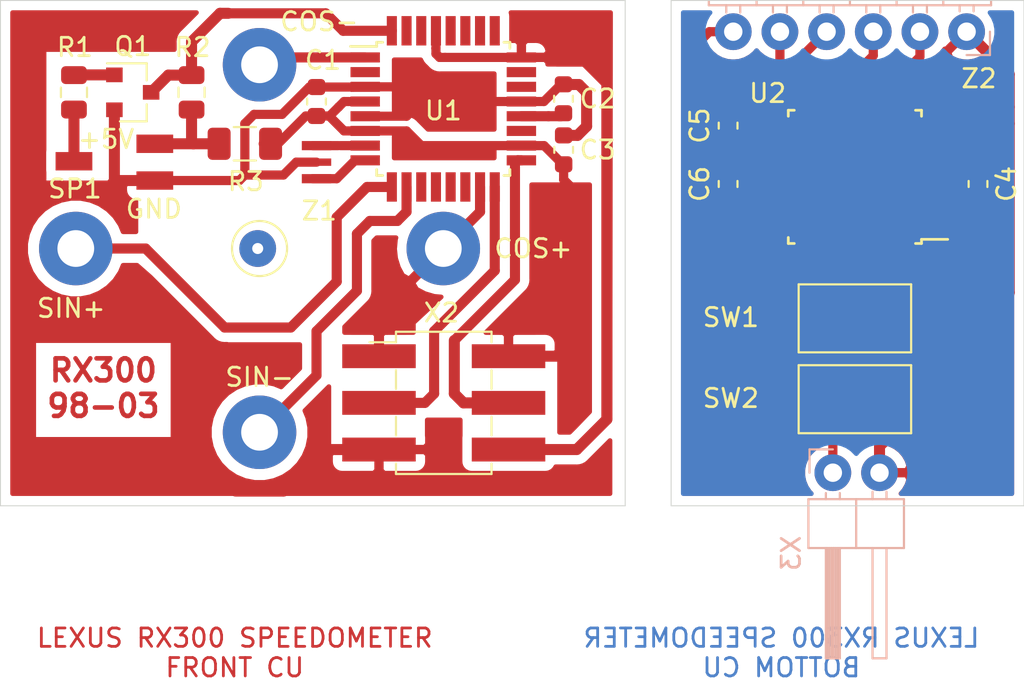
<source format=kicad_pcb>
(kicad_pcb (version 20171130) (host pcbnew 5.1.2-f72e74a~84~ubuntu18.04.1)

  (general
    (thickness 1.6)
    (drawings 13)
    (tracks 208)
    (zones 0)
    (modules 23)
    (nets 53)
  )

  (page A4)
  (layers
    (0 F.Cu signal)
    (31 B.Cu signal hide)
    (32 B.Adhes user hide)
    (33 F.Adhes user hide)
    (34 B.Paste user hide)
    (35 F.Paste user hide)
    (36 B.SilkS user hide)
    (37 F.SilkS user)
    (38 B.Mask user hide)
    (39 F.Mask user)
    (40 Dwgs.User user hide)
    (41 Cmts.User user hide)
    (42 Eco1.User user hide)
    (43 Eco2.User user hide)
    (44 Edge.Cuts user)
    (45 Margin user hide)
    (46 B.CrtYd user)
    (47 F.CrtYd user)
    (48 B.Fab user hide)
    (49 F.Fab user hide)
  )

  (setup
    (last_trace_width 0.5)
    (user_trace_width 0.4)
    (user_trace_width 0.55)
    (user_trace_width 0.6)
    (user_trace_width 1)
    (trace_clearance 0.5)
    (zone_clearance 0.508)
    (zone_45_only no)
    (trace_min 0.2)
    (via_size 0.8)
    (via_drill 0.4)
    (via_min_size 0.4)
    (via_min_drill 0.3)
    (uvia_size 0.3)
    (uvia_drill 0.1)
    (uvias_allowed no)
    (uvia_min_size 0.2)
    (uvia_min_drill 0.1)
    (edge_width 0.05)
    (segment_width 0.2)
    (pcb_text_width 0.3)
    (pcb_text_size 1.5 1.5)
    (mod_edge_width 0.12)
    (mod_text_size 1 1)
    (mod_text_width 0.15)
    (pad_size 0.1 0.1)
    (pad_drill 0)
    (pad_to_mask_clearance 0.051)
    (solder_mask_min_width 0.25)
    (aux_axis_origin 10 200)
    (visible_elements FFFFFF7F)
    (pcbplotparams
      (layerselection 0x00000_fffffffe)
      (usegerberextensions false)
      (usegerberattributes false)
      (usegerberadvancedattributes false)
      (creategerberjobfile false)
      (excludeedgelayer false)
      (linewidth 0.020000)
      (plotframeref false)
      (viasonmask false)
      (mode 1)
      (useauxorigin false)
      (hpglpennumber 1)
      (hpglpenspeed 20)
      (hpglpendiameter 15.000000)
      (psnegative true)
      (psa4output false)
      (plotreference false)
      (plotvalue false)
      (plotinvisibletext false)
      (padsonsilk false)
      (subtractmaskfromsilk false)
      (outputformat 4)
      (mirror false)
      (drillshape 0)
      (scaleselection 1)
      (outputdirectory "../PCB/"))
  )

  (net 0 "")
  (net 1 +5V)
  (net 2 GND)
  (net 3 "Net-(SW1-Pad2)")
  (net 4 "Net-(SW2-Pad2)")
  (net 5 "Net-(U1-Pad2)")
  (net 6 "Net-(U1-Pad7)")
  (net 7 "Net-(U1-Pad8)")
  (net 8 "Net-(U1-Pad11)")
  (net 9 "Net-(U1-Pad12)")
  (net 10 "Net-(U1-Pad13)")
  (net 11 "Net-(U1-Pad14)")
  (net 12 "Net-(U1-Pad16)")
  (net 13 "Net-(U1-Pad17)")
  (net 14 RST)
  (net 15 "Net-(U1-Pad22)")
  (net 16 "Net-(U1-Pad23)")
  (net 17 "Net-(U1-Pad25)")
  (net 18 "Net-(U1-Pad26)")
  (net 19 "Net-(U1-Pad27)")
  (net 20 "Net-(U1-Pad28)")
  (net 21 "Net-(U1-Pad30)")
  (net 22 "Net-(U1-Pad31)")
  (net 23 "Net-(U2-Pad30)")
  (net 24 "Net-(U2-Pad28)")
  (net 25 "Net-(U2-Pad26)")
  (net 26 "Net-(U2-Pad23)")
  (net 27 "Net-(U2-Pad22)")
  (net 28 "Net-(U2-Pad17)")
  (net 29 "Net-(U2-Pad16)")
  (net 30 "Net-(U2-Pad15)")
  (net 31 "Net-(U2-Pad14)")
  (net 32 "Net-(U2-Pad13)")
  (net 33 "Net-(U2-Pad12)")
  (net 34 "Net-(U2-Pad11)")
  (net 35 "Net-(U2-Pad9)")
  (net 36 "Net-(U2-Pad8)")
  (net 37 "Net-(U2-Pad7)")
  (net 38 "Net-(U2-Pad2)")
  (net 39 "Net-(C2-Pad1)")
  (net 40 "Net-(C6-Pad1)")
  (net 41 "Net-(U1-Pad19)")
  (net 42 /COS-)
  (net 43 /SIN+)
  (net 44 /SIN-)
  (net 45 /COS+)
  (net 46 "Net-(Q1-Pad1)")
  (net 47 "Net-(Q1-Pad3)")
  (net 48 "Net-(R1-Pad2)")
  (net 49 /VCC)
  (net 50 "Net-(U2-Pad1)")
  (net 51 "Net-(U2-Pad19)")
  (net 52 "Net-(U2-Pad32)")

  (net_class Default "This is the default net class."
    (clearance 0.5)
    (trace_width 0.5)
    (via_dia 0.8)
    (via_drill 0.4)
    (uvia_dia 0.3)
    (uvia_drill 0.1)
    (add_net +5V)
    (add_net /COS+)
    (add_net /COS-)
    (add_net /SIN+)
    (add_net /SIN-)
    (add_net /VCC)
    (add_net GND)
    (add_net "Net-(C2-Pad1)")
    (add_net "Net-(C6-Pad1)")
    (add_net "Net-(Q1-Pad1)")
    (add_net "Net-(Q1-Pad3)")
    (add_net "Net-(R1-Pad2)")
    (add_net "Net-(SW1-Pad2)")
    (add_net "Net-(SW2-Pad2)")
    (add_net "Net-(U1-Pad11)")
    (add_net "Net-(U1-Pad12)")
    (add_net "Net-(U1-Pad13)")
    (add_net "Net-(U1-Pad14)")
    (add_net "Net-(U1-Pad16)")
    (add_net "Net-(U1-Pad17)")
    (add_net "Net-(U1-Pad19)")
    (add_net "Net-(U1-Pad2)")
    (add_net "Net-(U1-Pad22)")
    (add_net "Net-(U1-Pad23)")
    (add_net "Net-(U1-Pad25)")
    (add_net "Net-(U1-Pad26)")
    (add_net "Net-(U1-Pad27)")
    (add_net "Net-(U1-Pad28)")
    (add_net "Net-(U1-Pad30)")
    (add_net "Net-(U1-Pad31)")
    (add_net "Net-(U1-Pad7)")
    (add_net "Net-(U1-Pad8)")
    (add_net "Net-(U2-Pad1)")
    (add_net "Net-(U2-Pad11)")
    (add_net "Net-(U2-Pad12)")
    (add_net "Net-(U2-Pad13)")
    (add_net "Net-(U2-Pad14)")
    (add_net "Net-(U2-Pad15)")
    (add_net "Net-(U2-Pad16)")
    (add_net "Net-(U2-Pad17)")
    (add_net "Net-(U2-Pad19)")
    (add_net "Net-(U2-Pad2)")
    (add_net "Net-(U2-Pad22)")
    (add_net "Net-(U2-Pad23)")
    (add_net "Net-(U2-Pad26)")
    (add_net "Net-(U2-Pad28)")
    (add_net "Net-(U2-Pad30)")
    (add_net "Net-(U2-Pad32)")
    (add_net "Net-(U2-Pad7)")
    (add_net "Net-(U2-Pad8)")
    (add_net "Net-(U2-Pad9)")
    (add_net RST)
  )

  (module lexus-speedometer:toyota_potentiometer locked (layer F.Cu) (tedit 5E7AF178) (tstamp 5E797C0D)
    (at 38.75 42.55)
    (path /5E96E688)
    (fp_text reference X1 (at -2.6 -3.5) (layer F.SilkS) hide
      (effects (font (size 1 1) (thickness 0.15)))
    )
    (fp_text value SPEED (at 12 -8) (layer F.Fab) hide
      (effects (font (size 1 1) (thickness 0.15)))
    )
    (fp_text user COS- (at 3.25 -12.35) (layer F.SilkS)
      (effects (font (size 1 1) (thickness 0.15)))
    )
    (fp_text user SIN- (at 0 7) (layer F.SilkS)
      (effects (font (size 1 1) (thickness 0.15)))
    )
    (fp_text user SIN+ (at -10.25 3.25) (layer F.SilkS)
      (effects (font (size 1 1) (thickness 0.15)))
    )
    (fp_text user COS+ (at 14.9 0) (layer F.SilkS)
      (effects (font (size 1 1) (thickness 0.15)))
    )
    (fp_circle (center 0 0) (end 1.5 0) (layer F.SilkS) (width 0.12))
    (pad 4 thru_hole circle (at 0 -10) (size 4 4) (drill 2) (layers F.Cu F.Mask)
      (net 42 /COS-) (clearance 0.6))
    (pad 2 thru_hole circle (at 0 10) (size 4 4) (drill 2) (layers F.Cu F.Mask)
      (net 44 /SIN-) (clearance 0.6))
    (pad 1 thru_hole circle (at -10 0) (size 4 4) (drill 2) (layers F.Cu F.Mask)
      (net 43 /SIN+) (clearance 0.6))
    (pad 3 thru_hole circle (at 10 0) (size 4 4) (drill 2) (layers F.Cu F.Mask)
      (net 45 /COS+) (clearance 0.6))
  )

  (module Connector_PinHeader_2.54mm:PinHeader_1x02_P2.54mm_Horizontal (layer B.Cu) (tedit 5E7A5746) (tstamp 5E7ACBC5)
    (at 69.95 54.75 270)
    (descr "Through hole angled pin header, 1x02, 2.54mm pitch, 6mm pin length, single row")
    (tags "Through hole angled pin header THT 1x02 2.54mm single row")
    (path /5E93F1B8)
    (fp_text reference X3 (at 4.385 2.27 90) (layer B.SilkS)
      (effects (font (size 1 1) (thickness 0.15)) (justify mirror))
    )
    (fp_text value OUTPUT (at 4.385 -4.81 90) (layer B.Fab)
      (effects (font (size 1 1) (thickness 0.15)) (justify mirror))
    )
    (fp_line (start 2.135 1.27) (end 4.04 1.27) (layer B.Fab) (width 0.1))
    (fp_line (start 4.04 1.27) (end 4.04 -3.81) (layer B.Fab) (width 0.1))
    (fp_line (start 4.04 -3.81) (end 1.5 -3.81) (layer B.Fab) (width 0.1))
    (fp_line (start 1.5 -3.81) (end 1.5 0.635) (layer B.Fab) (width 0.1))
    (fp_line (start 1.5 0.635) (end 2.135 1.27) (layer B.Fab) (width 0.1))
    (fp_line (start -0.32 0.32) (end 1.5 0.32) (layer B.Fab) (width 0.1))
    (fp_line (start -0.32 0.32) (end -0.32 -0.32) (layer B.Fab) (width 0.1))
    (fp_line (start -0.32 -0.32) (end 1.5 -0.32) (layer B.Fab) (width 0.1))
    (fp_line (start 4.04 0.32) (end 10.04 0.32) (layer B.Fab) (width 0.1))
    (fp_line (start 10.04 0.32) (end 10.04 -0.32) (layer B.Fab) (width 0.1))
    (fp_line (start 4.04 -0.32) (end 10.04 -0.32) (layer B.Fab) (width 0.1))
    (fp_line (start -0.32 -2.22) (end 1.5 -2.22) (layer B.Fab) (width 0.1))
    (fp_line (start -0.32 -2.22) (end -0.32 -2.86) (layer B.Fab) (width 0.1))
    (fp_line (start -0.32 -2.86) (end 1.5 -2.86) (layer B.Fab) (width 0.1))
    (fp_line (start 4.04 -2.22) (end 10.04 -2.22) (layer B.Fab) (width 0.1))
    (fp_line (start 10.04 -2.22) (end 10.04 -2.86) (layer B.Fab) (width 0.1))
    (fp_line (start 4.04 -2.86) (end 10.04 -2.86) (layer B.Fab) (width 0.1))
    (fp_line (start 1.44 1.33) (end 1.44 -3.87) (layer B.SilkS) (width 0.12))
    (fp_line (start 1.44 -3.87) (end 4.1 -3.87) (layer B.SilkS) (width 0.12))
    (fp_line (start 4.1 -3.87) (end 4.1 1.33) (layer B.SilkS) (width 0.12))
    (fp_line (start 4.1 1.33) (end 1.44 1.33) (layer B.SilkS) (width 0.12))
    (fp_line (start 4.1 0.38) (end 10.1 0.38) (layer B.SilkS) (width 0.12))
    (fp_line (start 10.1 0.38) (end 10.1 -0.38) (layer B.SilkS) (width 0.12))
    (fp_line (start 10.1 -0.38) (end 4.1 -0.38) (layer B.SilkS) (width 0.12))
    (fp_line (start 4.1 0.32) (end 10.1 0.32) (layer B.SilkS) (width 0.12))
    (fp_line (start 4.1 0.2) (end 10.1 0.2) (layer B.SilkS) (width 0.12))
    (fp_line (start 4.1 0.08) (end 10.1 0.08) (layer B.SilkS) (width 0.12))
    (fp_line (start 4.1 -0.04) (end 10.1 -0.04) (layer B.SilkS) (width 0.12))
    (fp_line (start 4.1 -0.16) (end 10.1 -0.16) (layer B.SilkS) (width 0.12))
    (fp_line (start 4.1 -0.28) (end 10.1 -0.28) (layer B.SilkS) (width 0.12))
    (fp_line (start 1.11 0.38) (end 1.44 0.38) (layer B.SilkS) (width 0.12))
    (fp_line (start 1.11 -0.38) (end 1.44 -0.38) (layer B.SilkS) (width 0.12))
    (fp_line (start 1.44 -1.27) (end 4.1 -1.27) (layer B.SilkS) (width 0.12))
    (fp_line (start 4.1 -2.16) (end 10.1 -2.16) (layer B.SilkS) (width 0.12))
    (fp_line (start 10.1 -2.16) (end 10.1 -2.92) (layer B.SilkS) (width 0.12))
    (fp_line (start 10.1 -2.92) (end 4.1 -2.92) (layer B.SilkS) (width 0.12))
    (fp_line (start 1.042929 -2.16) (end 1.44 -2.16) (layer B.SilkS) (width 0.12))
    (fp_line (start 1.042929 -2.92) (end 1.44 -2.92) (layer B.SilkS) (width 0.12))
    (fp_line (start -1.27 0) (end -1.27 1.27) (layer B.SilkS) (width 0.12))
    (fp_line (start -1.27 1.27) (end 0 1.27) (layer B.SilkS) (width 0.12))
    (fp_line (start -1.8 1.8) (end -1.8 -4.35) (layer B.CrtYd) (width 0.05))
    (fp_line (start -1.8 -4.35) (end 10.55 -4.35) (layer B.CrtYd) (width 0.05))
    (fp_line (start 10.55 -4.35) (end 10.55 1.8) (layer B.CrtYd) (width 0.05))
    (fp_line (start 10.55 1.8) (end -1.8 1.8) (layer B.CrtYd) (width 0.05))
    (fp_text user %R (at 2.77 -1.27 180) (layer B.Fab)
      (effects (font (size 1 1) (thickness 0.15)) (justify mirror))
    )
    (pad 1 thru_hole circle (at 0 0 270) (size 2 2) (drill 1) (layers *.Cu *.Mask)
      (net 50 "Net-(U2-Pad1)"))
    (pad 2 thru_hole oval (at 0 -2.54 270) (size 2 2) (drill 1) (layers *.Cu *.Mask)
      (net 2 GND))
    (model ${KISYS3DMOD}/Connector_PinHeader_2.54mm.3dshapes/PinHeader_1x02_P2.54mm_Horizontal.wrl
      (at (xyz 0 0 0))
      (scale (xyz 1 1 1))
      (rotate (xyz 0 0 0))
    )
  )

  (module Capacitor_SMD:C_0603_1608Metric (layer F.Cu) (tedit 5B301BBE) (tstamp 5E79BE50)
    (at 55.29 34.4 90)
    (descr "Capacitor SMD 0603 (1608 Metric), square (rectangular) end terminal, IPC_7351 nominal, (Body size source: http://www.tortai-tech.com/upload/download/2011102023233369053.pdf), generated with kicad-footprint-generator")
    (tags capacitor)
    (path /5E7B582A)
    (attr smd)
    (fp_text reference C2 (at 0 1.86 180) (layer F.SilkS)
      (effects (font (size 1 1) (thickness 0.15)))
    )
    (fp_text value 0.1 (at 0 1.43 90) (layer F.Fab)
      (effects (font (size 1 1) (thickness 0.15)))
    )
    (fp_text user %R (at 0 0 90) (layer F.Fab)
      (effects (font (size 0.4 0.4) (thickness 0.06)))
    )
    (fp_line (start 1.48 0.73) (end -1.48 0.73) (layer F.CrtYd) (width 0.05))
    (fp_line (start 1.48 -0.73) (end 1.48 0.73) (layer F.CrtYd) (width 0.05))
    (fp_line (start -1.48 -0.73) (end 1.48 -0.73) (layer F.CrtYd) (width 0.05))
    (fp_line (start -1.48 0.73) (end -1.48 -0.73) (layer F.CrtYd) (width 0.05))
    (fp_line (start -0.162779 0.51) (end 0.162779 0.51) (layer F.SilkS) (width 0.12))
    (fp_line (start -0.162779 -0.51) (end 0.162779 -0.51) (layer F.SilkS) (width 0.12))
    (fp_line (start 0.8 0.4) (end -0.8 0.4) (layer F.Fab) (width 0.1))
    (fp_line (start 0.8 -0.4) (end 0.8 0.4) (layer F.Fab) (width 0.1))
    (fp_line (start -0.8 -0.4) (end 0.8 -0.4) (layer F.Fab) (width 0.1))
    (fp_line (start -0.8 0.4) (end -0.8 -0.4) (layer F.Fab) (width 0.1))
    (pad 2 smd roundrect (at 0.7875 0 90) (size 0.875 0.95) (layers F.Cu F.Paste F.Mask) (roundrect_rratio 0.25)
      (net 2 GND))
    (pad 1 smd roundrect (at -0.7875 0 90) (size 0.875 0.95) (layers F.Cu F.Paste F.Mask) (roundrect_rratio 0.25)
      (net 39 "Net-(C2-Pad1)"))
    (model ${KISYS3DMOD}/Capacitor_SMD.3dshapes/C_0603_1608Metric.wrl
      (at (xyz 0 0 0))
      (scale (xyz 1 1 1))
      (rotate (xyz 0 0 0))
    )
  )

  (module lexus-speedometer:Soldering_Pad_2.00mm_1.00mm (layer F.Cu) (tedit 5E78F999) (tstamp 5E7A9CA0)
    (at 33.05 36.85)
    (path /5E81966F)
    (fp_text reference +5V (at -2.65 -0.25) (layer F.SilkS)
      (effects (font (size 1 1) (thickness 0.15)))
    )
    (fp_text value Conn_01x01 (at 2 -5) (layer F.Fab)
      (effects (font (size 1 1) (thickness 0.15)))
    )
    (pad 1 smd rect (at 0 0 90) (size 1 2) (layers F.Cu F.Paste F.Mask)
      (net 49 /VCC))
  )

  (module Capacitor_SMD:C_0603_1608Metric (layer F.Cu) (tedit 5B301BBE) (tstamp 5E79ABC4)
    (at 41.85 34.55 90)
    (descr "Capacitor SMD 0603 (1608 Metric), square (rectangular) end terminal, IPC_7351 nominal, (Body size source: http://www.tortai-tech.com/upload/download/2011102023233369053.pdf), generated with kicad-footprint-generator")
    (tags capacitor)
    (path /5E7A886D)
    (attr smd)
    (fp_text reference C1 (at 2.25 0.35 180) (layer F.SilkS)
      (effects (font (size 1 1) (thickness 0.15)))
    )
    (fp_text value 10u (at 0 1.43 90) (layer F.Fab)
      (effects (font (size 1 1) (thickness 0.15)))
    )
    (fp_text user %R (at 0 0 90) (layer F.Fab)
      (effects (font (size 0.4 0.4) (thickness 0.06)))
    )
    (fp_line (start 1.48 0.73) (end -1.48 0.73) (layer F.CrtYd) (width 0.05))
    (fp_line (start 1.48 -0.73) (end 1.48 0.73) (layer F.CrtYd) (width 0.05))
    (fp_line (start -1.48 -0.73) (end 1.48 -0.73) (layer F.CrtYd) (width 0.05))
    (fp_line (start -1.48 0.73) (end -1.48 -0.73) (layer F.CrtYd) (width 0.05))
    (fp_line (start -0.162779 0.51) (end 0.162779 0.51) (layer F.SilkS) (width 0.12))
    (fp_line (start -0.162779 -0.51) (end 0.162779 -0.51) (layer F.SilkS) (width 0.12))
    (fp_line (start 0.8 0.4) (end -0.8 0.4) (layer F.Fab) (width 0.1))
    (fp_line (start 0.8 -0.4) (end 0.8 0.4) (layer F.Fab) (width 0.1))
    (fp_line (start -0.8 -0.4) (end 0.8 -0.4) (layer F.Fab) (width 0.1))
    (fp_line (start -0.8 0.4) (end -0.8 -0.4) (layer F.Fab) (width 0.1))
    (pad 2 smd roundrect (at 0.7875 0 90) (size 0.875 0.95) (layers F.Cu F.Paste F.Mask) (roundrect_rratio 0.25)
      (net 2 GND))
    (pad 1 smd roundrect (at -0.7875 0 90) (size 0.875 0.95) (layers F.Cu F.Paste F.Mask) (roundrect_rratio 0.25)
      (net 1 +5V))
    (model ${KISYS3DMOD}/Capacitor_SMD.3dshapes/C_0603_1608Metric.wrl
      (at (xyz 0 0 0))
      (scale (xyz 1 1 1))
      (rotate (xyz 0 0 0))
    )
  )

  (module Capacitor_SMD:C_0603_1608Metric (layer F.Cu) (tedit 5B301BBE) (tstamp 5E79A502)
    (at 55.3 37.18 90)
    (descr "Capacitor SMD 0603 (1608 Metric), square (rectangular) end terminal, IPC_7351 nominal, (Body size source: http://www.tortai-tech.com/upload/download/2011102023233369053.pdf), generated with kicad-footprint-generator")
    (tags capacitor)
    (path /5EA4C7C6)
    (attr smd)
    (fp_text reference C3 (at 0 1.85 180) (layer F.SilkS)
      (effects (font (size 1 1) (thickness 0.15)))
    )
    (fp_text value 0.1 (at 0 1.43 90) (layer F.Fab)
      (effects (font (size 1 1) (thickness 0.15)))
    )
    (fp_text user %R (at 0 0 90) (layer F.Fab)
      (effects (font (size 0.4 0.4) (thickness 0.06)))
    )
    (fp_line (start 1.48 0.73) (end -1.48 0.73) (layer F.CrtYd) (width 0.05))
    (fp_line (start 1.48 -0.73) (end 1.48 0.73) (layer F.CrtYd) (width 0.05))
    (fp_line (start -1.48 -0.73) (end 1.48 -0.73) (layer F.CrtYd) (width 0.05))
    (fp_line (start -1.48 0.73) (end -1.48 -0.73) (layer F.CrtYd) (width 0.05))
    (fp_line (start -0.162779 0.51) (end 0.162779 0.51) (layer F.SilkS) (width 0.12))
    (fp_line (start -0.162779 -0.51) (end 0.162779 -0.51) (layer F.SilkS) (width 0.12))
    (fp_line (start 0.8 0.4) (end -0.8 0.4) (layer F.Fab) (width 0.1))
    (fp_line (start 0.8 -0.4) (end 0.8 0.4) (layer F.Fab) (width 0.1))
    (fp_line (start -0.8 -0.4) (end 0.8 -0.4) (layer F.Fab) (width 0.1))
    (fp_line (start -0.8 0.4) (end -0.8 -0.4) (layer F.Fab) (width 0.1))
    (pad 2 smd roundrect (at 0.7875 0 90) (size 0.875 0.95) (layers F.Cu F.Paste F.Mask) (roundrect_rratio 0.25)
      (net 2 GND))
    (pad 1 smd roundrect (at -0.7875 0 90) (size 0.875 0.95) (layers F.Cu F.Paste F.Mask) (roundrect_rratio 0.25)
      (net 1 +5V))
    (model ${KISYS3DMOD}/Capacitor_SMD.3dshapes/C_0603_1608Metric.wrl
      (at (xyz 0 0 0))
      (scale (xyz 1 1 1))
      (rotate (xyz 0 0 0))
    )
  )

  (module Capacitor_SMD:C_0603_1608Metric (layer F.Cu) (tedit 5B301BBE) (tstamp 5E7AC726)
    (at 77.85 39.0375 270)
    (descr "Capacitor SMD 0603 (1608 Metric), square (rectangular) end terminal, IPC_7351 nominal, (Body size source: http://www.tortai-tech.com/upload/download/2011102023233369053.pdf), generated with kicad-footprint-generator")
    (tags capacitor)
    (path /5EA3D509)
    (attr smd)
    (fp_text reference C4 (at 0 -1.55 90) (layer F.SilkS)
      (effects (font (size 1 1) (thickness 0.15)))
    )
    (fp_text value 10u (at 0 1.43 90) (layer F.Fab)
      (effects (font (size 1 1) (thickness 0.15)))
    )
    (fp_line (start -0.8 0.4) (end -0.8 -0.4) (layer F.Fab) (width 0.1))
    (fp_line (start -0.8 -0.4) (end 0.8 -0.4) (layer F.Fab) (width 0.1))
    (fp_line (start 0.8 -0.4) (end 0.8 0.4) (layer F.Fab) (width 0.1))
    (fp_line (start 0.8 0.4) (end -0.8 0.4) (layer F.Fab) (width 0.1))
    (fp_line (start -0.162779 -0.51) (end 0.162779 -0.51) (layer F.SilkS) (width 0.12))
    (fp_line (start -0.162779 0.51) (end 0.162779 0.51) (layer F.SilkS) (width 0.12))
    (fp_line (start -1.48 0.73) (end -1.48 -0.73) (layer F.CrtYd) (width 0.05))
    (fp_line (start -1.48 -0.73) (end 1.48 -0.73) (layer F.CrtYd) (width 0.05))
    (fp_line (start 1.48 -0.73) (end 1.48 0.73) (layer F.CrtYd) (width 0.05))
    (fp_line (start 1.48 0.73) (end -1.48 0.73) (layer F.CrtYd) (width 0.05))
    (fp_text user %R (at 0 0 90) (layer F.Fab)
      (effects (font (size 0.4 0.4) (thickness 0.06)))
    )
    (pad 1 smd roundrect (at -0.7875 0 270) (size 0.875 0.95) (layers F.Cu F.Paste F.Mask) (roundrect_rratio 0.25)
      (net 1 +5V))
    (pad 2 smd roundrect (at 0.7875 0 270) (size 0.875 0.95) (layers F.Cu F.Paste F.Mask) (roundrect_rratio 0.25)
      (net 2 GND))
    (model ${KISYS3DMOD}/Capacitor_SMD.3dshapes/C_0603_1608Metric.wrl
      (at (xyz 0 0 0))
      (scale (xyz 1 1 1))
      (rotate (xyz 0 0 0))
    )
  )

  (module Capacitor_SMD:C_0603_1608Metric (layer F.Cu) (tedit 5B301BBE) (tstamp 5E7AC6F0)
    (at 64.25 35.8625 90)
    (descr "Capacitor SMD 0603 (1608 Metric), square (rectangular) end terminal, IPC_7351 nominal, (Body size source: http://www.tortai-tech.com/upload/download/2011102023233369053.pdf), generated with kicad-footprint-generator")
    (tags capacitor)
    (path /5EA5915F)
    (attr smd)
    (fp_text reference C5 (at 0 -1.55 90) (layer F.SilkS)
      (effects (font (size 1 1) (thickness 0.15)))
    )
    (fp_text value 0.1 (at 0 1.43 90) (layer F.Fab)
      (effects (font (size 1 1) (thickness 0.15)))
    )
    (fp_line (start -0.8 0.4) (end -0.8 -0.4) (layer F.Fab) (width 0.1))
    (fp_line (start -0.8 -0.4) (end 0.8 -0.4) (layer F.Fab) (width 0.1))
    (fp_line (start 0.8 -0.4) (end 0.8 0.4) (layer F.Fab) (width 0.1))
    (fp_line (start 0.8 0.4) (end -0.8 0.4) (layer F.Fab) (width 0.1))
    (fp_line (start -0.162779 -0.51) (end 0.162779 -0.51) (layer F.SilkS) (width 0.12))
    (fp_line (start -0.162779 0.51) (end 0.162779 0.51) (layer F.SilkS) (width 0.12))
    (fp_line (start -1.48 0.73) (end -1.48 -0.73) (layer F.CrtYd) (width 0.05))
    (fp_line (start -1.48 -0.73) (end 1.48 -0.73) (layer F.CrtYd) (width 0.05))
    (fp_line (start 1.48 -0.73) (end 1.48 0.73) (layer F.CrtYd) (width 0.05))
    (fp_line (start 1.48 0.73) (end -1.48 0.73) (layer F.CrtYd) (width 0.05))
    (fp_text user %R (at 0 0 90) (layer F.Fab)
      (effects (font (size 0.4 0.4) (thickness 0.06)))
    )
    (pad 1 smd roundrect (at -0.7875 0 90) (size 0.875 0.95) (layers F.Cu F.Paste F.Mask) (roundrect_rratio 0.25)
      (net 1 +5V))
    (pad 2 smd roundrect (at 0.7875 0 90) (size 0.875 0.95) (layers F.Cu F.Paste F.Mask) (roundrect_rratio 0.25)
      (net 2 GND))
    (model ${KISYS3DMOD}/Capacitor_SMD.3dshapes/C_0603_1608Metric.wrl
      (at (xyz 0 0 0))
      (scale (xyz 1 1 1))
      (rotate (xyz 0 0 0))
    )
  )

  (module Capacitor_SMD:C_0603_1608Metric (layer F.Cu) (tedit 5B301BBE) (tstamp 5E7AC6C0)
    (at 64.25 39.0375 270)
    (descr "Capacitor SMD 0603 (1608 Metric), square (rectangular) end terminal, IPC_7351 nominal, (Body size source: http://www.tortai-tech.com/upload/download/2011102023233369053.pdf), generated with kicad-footprint-generator")
    (tags capacitor)
    (path /5E801CA1)
    (attr smd)
    (fp_text reference C6 (at 0 1.55 90) (layer F.SilkS)
      (effects (font (size 1 1) (thickness 0.15)))
    )
    (fp_text value 0.1 (at 0 1.43 90) (layer F.Fab)
      (effects (font (size 1 1) (thickness 0.15)))
    )
    (fp_line (start -0.8 0.4) (end -0.8 -0.4) (layer F.Fab) (width 0.1))
    (fp_line (start -0.8 -0.4) (end 0.8 -0.4) (layer F.Fab) (width 0.1))
    (fp_line (start 0.8 -0.4) (end 0.8 0.4) (layer F.Fab) (width 0.1))
    (fp_line (start 0.8 0.4) (end -0.8 0.4) (layer F.Fab) (width 0.1))
    (fp_line (start -0.162779 -0.51) (end 0.162779 -0.51) (layer F.SilkS) (width 0.12))
    (fp_line (start -0.162779 0.51) (end 0.162779 0.51) (layer F.SilkS) (width 0.12))
    (fp_line (start -1.48 0.73) (end -1.48 -0.73) (layer F.CrtYd) (width 0.05))
    (fp_line (start -1.48 -0.73) (end 1.48 -0.73) (layer F.CrtYd) (width 0.05))
    (fp_line (start 1.48 -0.73) (end 1.48 0.73) (layer F.CrtYd) (width 0.05))
    (fp_line (start 1.48 0.73) (end -1.48 0.73) (layer F.CrtYd) (width 0.05))
    (fp_text user %R (at 0 0 90) (layer F.Fab)
      (effects (font (size 0.4 0.4) (thickness 0.06)))
    )
    (pad 1 smd roundrect (at -0.7875 0 270) (size 0.875 0.95) (layers F.Cu F.Paste F.Mask) (roundrect_rratio 0.25)
      (net 40 "Net-(C6-Pad1)"))
    (pad 2 smd roundrect (at 0.7875 0 270) (size 0.875 0.95) (layers F.Cu F.Paste F.Mask) (roundrect_rratio 0.25)
      (net 2 GND))
    (model ${KISYS3DMOD}/Capacitor_SMD.3dshapes/C_0603_1608Metric.wrl
      (at (xyz 0 0 0))
      (scale (xyz 1 1 1))
      (rotate (xyz 0 0 0))
    )
  )

  (module lexus-speedometer:Soldering_Pad_2.00mm_1.00mm (layer F.Cu) (tedit 5E78F999) (tstamp 5E7A95AA)
    (at 33.05 38.85)
    (path /5E819CD7)
    (fp_text reference GND (at -0.05 1.55) (layer F.SilkS)
      (effects (font (size 1 1) (thickness 0.15)))
    )
    (fp_text value Conn_01x01 (at 2 -5) (layer F.Fab)
      (effects (font (size 1 1) (thickness 0.15)))
    )
    (pad 1 smd rect (at 0 0 90) (size 1 2) (layers F.Cu F.Paste F.Mask)
      (net 2 GND))
  )

  (module lexus-speedometer:Soldering_Pad_2.00mm_1.00mm (layer F.Cu) (tedit 5E78F999) (tstamp 5E797B5C)
    (at 28.65 37.8)
    (path /5E7CC3D2)
    (fp_text reference SP1 (at 0.05 1.5) (layer F.SilkS)
      (effects (font (size 1 1) (thickness 0.15)))
    )
    (fp_text value Conn_01x01 (at 2 -5) (layer F.Fab)
      (effects (font (size 1 1) (thickness 0.15)))
    )
    (pad 1 smd rect (at 0 0 90) (size 1 2) (layers F.Cu F.Paste F.Mask)
      (net 48 "Net-(R1-Pad2)"))
  )

  (module Button_Switch_SMD:SW_SPST_CK_RS282G05A3 (layer F.Cu) (tedit 5A7A67D2) (tstamp 5E7AC526)
    (at 71.15 46.35 180)
    (descr https://www.mouser.com/ds/2/60/RS-282G05A-SM_RT-1159762.pdf)
    (tags "SPST button tactile switch")
    (path /5E8868A8)
    (attr smd)
    (fp_text reference SW1 (at 6.75 0.05) (layer F.SilkS)
      (effects (font (size 1 1) (thickness 0.15)))
    )
    (fp_text value MORE (at 0 3) (layer F.Fab)
      (effects (font (size 1 1) (thickness 0.15)))
    )
    (fp_line (start 3 -1.8) (end 3 1.8) (layer F.Fab) (width 0.1))
    (fp_line (start -3 -1.8) (end -3 1.8) (layer F.Fab) (width 0.1))
    (fp_line (start -3 -1.8) (end 3 -1.8) (layer F.Fab) (width 0.1))
    (fp_line (start -3 1.8) (end 3 1.8) (layer F.Fab) (width 0.1))
    (fp_line (start -1.5 -0.8) (end -1.5 0.8) (layer F.Fab) (width 0.1))
    (fp_line (start 1.5 -0.8) (end 1.5 0.8) (layer F.Fab) (width 0.1))
    (fp_line (start -1.5 -0.8) (end 1.5 -0.8) (layer F.Fab) (width 0.1))
    (fp_line (start -1.5 0.8) (end 1.5 0.8) (layer F.Fab) (width 0.1))
    (fp_line (start -3.06 1.85) (end -3.06 -1.85) (layer F.SilkS) (width 0.12))
    (fp_line (start 3.06 1.85) (end -3.06 1.85) (layer F.SilkS) (width 0.12))
    (fp_line (start 3.06 -1.85) (end 3.06 1.85) (layer F.SilkS) (width 0.12))
    (fp_line (start -3.06 -1.85) (end 3.06 -1.85) (layer F.SilkS) (width 0.12))
    (fp_line (start -1.75 1) (end -1.75 -1) (layer F.Fab) (width 0.1))
    (fp_line (start 1.75 1) (end -1.75 1) (layer F.Fab) (width 0.1))
    (fp_line (start 1.75 -1) (end 1.75 1) (layer F.Fab) (width 0.1))
    (fp_line (start -1.75 -1) (end 1.75 -1) (layer F.Fab) (width 0.1))
    (fp_text user %R (at 0 -2.6) (layer F.Fab)
      (effects (font (size 1 1) (thickness 0.15)))
    )
    (fp_line (start -4.9 -2.05) (end 4.9 -2.05) (layer F.CrtYd) (width 0.05))
    (fp_line (start 4.9 -2.05) (end 4.9 2.05) (layer F.CrtYd) (width 0.05))
    (fp_line (start 4.9 2.05) (end -4.9 2.05) (layer F.CrtYd) (width 0.05))
    (fp_line (start -4.9 2.05) (end -4.9 -2.05) (layer F.CrtYd) (width 0.05))
    (pad 2 smd rect (at 3.9 0 180) (size 1.5 1.5) (layers F.Cu F.Paste F.Mask)
      (net 3 "Net-(SW1-Pad2)"))
    (pad 1 smd rect (at -3.9 0 180) (size 1.5 1.5) (layers F.Cu F.Paste F.Mask)
      (net 2 GND))
    (model ${KISYS3DMOD}/Button_Switch_SMD.3dshapes/SW_SPST_CK_RS282G05A3.wrl
      (at (xyz 0 0 0))
      (scale (xyz 1 1 1))
      (rotate (xyz 0 0 0))
    )
  )

  (module Button_Switch_SMD:SW_SPST_CK_RS282G05A3 (layer F.Cu) (tedit 5A7A67D2) (tstamp 5E7AC65E)
    (at 71.15 50.75 180)
    (descr https://www.mouser.com/ds/2/60/RS-282G05A-SM_RT-1159762.pdf)
    (tags "SPST button tactile switch")
    (path /5E887B75)
    (attr smd)
    (fp_text reference SW2 (at 6.75 0.05) (layer F.SilkS)
      (effects (font (size 1 1) (thickness 0.15)))
    )
    (fp_text value LESS (at 0 3) (layer F.Fab)
      (effects (font (size 1 1) (thickness 0.15)))
    )
    (fp_line (start -4.9 2.05) (end -4.9 -2.05) (layer F.CrtYd) (width 0.05))
    (fp_line (start 4.9 2.05) (end -4.9 2.05) (layer F.CrtYd) (width 0.05))
    (fp_line (start 4.9 -2.05) (end 4.9 2.05) (layer F.CrtYd) (width 0.05))
    (fp_line (start -4.9 -2.05) (end 4.9 -2.05) (layer F.CrtYd) (width 0.05))
    (fp_text user %R (at 0 -2.6) (layer F.Fab)
      (effects (font (size 1 1) (thickness 0.15)))
    )
    (fp_line (start -1.75 -1) (end 1.75 -1) (layer F.Fab) (width 0.1))
    (fp_line (start 1.75 -1) (end 1.75 1) (layer F.Fab) (width 0.1))
    (fp_line (start 1.75 1) (end -1.75 1) (layer F.Fab) (width 0.1))
    (fp_line (start -1.75 1) (end -1.75 -1) (layer F.Fab) (width 0.1))
    (fp_line (start -3.06 -1.85) (end 3.06 -1.85) (layer F.SilkS) (width 0.12))
    (fp_line (start 3.06 -1.85) (end 3.06 1.85) (layer F.SilkS) (width 0.12))
    (fp_line (start 3.06 1.85) (end -3.06 1.85) (layer F.SilkS) (width 0.12))
    (fp_line (start -3.06 1.85) (end -3.06 -1.85) (layer F.SilkS) (width 0.12))
    (fp_line (start -1.5 0.8) (end 1.5 0.8) (layer F.Fab) (width 0.1))
    (fp_line (start -1.5 -0.8) (end 1.5 -0.8) (layer F.Fab) (width 0.1))
    (fp_line (start 1.5 -0.8) (end 1.5 0.8) (layer F.Fab) (width 0.1))
    (fp_line (start -1.5 -0.8) (end -1.5 0.8) (layer F.Fab) (width 0.1))
    (fp_line (start -3 1.8) (end 3 1.8) (layer F.Fab) (width 0.1))
    (fp_line (start -3 -1.8) (end 3 -1.8) (layer F.Fab) (width 0.1))
    (fp_line (start -3 -1.8) (end -3 1.8) (layer F.Fab) (width 0.1))
    (fp_line (start 3 -1.8) (end 3 1.8) (layer F.Fab) (width 0.1))
    (pad 1 smd rect (at -3.9 0 180) (size 1.5 1.5) (layers F.Cu F.Paste F.Mask)
      (net 2 GND))
    (pad 2 smd rect (at 3.9 0 180) (size 1.5 1.5) (layers F.Cu F.Paste F.Mask)
      (net 4 "Net-(SW2-Pad2)"))
    (model ${KISYS3DMOD}/Button_Switch_SMD.3dshapes/SW_SPST_CK_RS282G05A3.wrl
      (at (xyz 0 0 0))
      (scale (xyz 1 1 1))
      (rotate (xyz 0 0 0))
    )
  )

  (module Package_QFP:TQFP-32_7x7mm_P0.8mm (layer F.Cu) (tedit 5A02F146) (tstamp 5E797BC9)
    (at 48.75 34.95)
    (descr "32-Lead Plastic Thin Quad Flatpack (PT) - 7x7x1.0 mm Body, 2.00 mm [TQFP] (see Microchip Packaging Specification 00000049BS.pdf)")
    (tags "QFP 0.8")
    (path /5E78E732)
    (attr smd)
    (fp_text reference U1 (at 0 0.1) (layer F.SilkS)
      (effects (font (size 1 1) (thickness 0.15)))
    )
    (fp_text value ATmega88 (at 0 6.05) (layer F.Fab)
      (effects (font (size 1 1) (thickness 0.15)))
    )
    (fp_text user %R (at 0 0) (layer F.Fab)
      (effects (font (size 1 1) (thickness 0.15)))
    )
    (fp_line (start -2.5 -3.5) (end 3.5 -3.5) (layer F.Fab) (width 0.15))
    (fp_line (start 3.5 -3.5) (end 3.5 3.5) (layer F.Fab) (width 0.15))
    (fp_line (start 3.5 3.5) (end -3.5 3.5) (layer F.Fab) (width 0.15))
    (fp_line (start -3.5 3.5) (end -3.5 -2.5) (layer F.Fab) (width 0.15))
    (fp_line (start -3.5 -2.5) (end -2.5 -3.5) (layer F.Fab) (width 0.15))
    (fp_line (start -5.3 -5.3) (end -5.3 5.3) (layer F.CrtYd) (width 0.05))
    (fp_line (start 5.3 -5.3) (end 5.3 5.3) (layer F.CrtYd) (width 0.05))
    (fp_line (start -5.3 -5.3) (end 5.3 -5.3) (layer F.CrtYd) (width 0.05))
    (fp_line (start -5.3 5.3) (end 5.3 5.3) (layer F.CrtYd) (width 0.05))
    (fp_line (start -3.625 -3.625) (end -3.625 -3.4) (layer F.SilkS) (width 0.15))
    (fp_line (start 3.625 -3.625) (end 3.625 -3.3) (layer F.SilkS) (width 0.15))
    (fp_line (start 3.625 3.625) (end 3.625 3.3) (layer F.SilkS) (width 0.15))
    (fp_line (start -3.625 3.625) (end -3.625 3.3) (layer F.SilkS) (width 0.15))
    (fp_line (start -3.625 -3.625) (end -3.3 -3.625) (layer F.SilkS) (width 0.15))
    (fp_line (start -3.625 3.625) (end -3.3 3.625) (layer F.SilkS) (width 0.15))
    (fp_line (start 3.625 3.625) (end 3.3 3.625) (layer F.SilkS) (width 0.15))
    (fp_line (start 3.625 -3.625) (end 3.3 -3.625) (layer F.SilkS) (width 0.15))
    (fp_line (start -3.625 -3.4) (end -5.05 -3.4) (layer F.SilkS) (width 0.15))
    (pad 1 smd rect (at -4.25 -2.8) (size 1.6 0.55) (layers F.Cu F.Paste F.Mask)
      (net 42 /COS-))
    (pad 2 smd rect (at -4.25 -2) (size 1.6 0.55) (layers F.Cu F.Paste F.Mask)
      (net 5 "Net-(U1-Pad2)"))
    (pad 3 smd rect (at -4.25 -1.2) (size 1.6 0.55) (layers F.Cu F.Paste F.Mask)
      (net 2 GND))
    (pad 4 smd rect (at -4.25 -0.4) (size 1.6 0.55) (layers F.Cu F.Paste F.Mask)
      (net 1 +5V))
    (pad 5 smd rect (at -4.25 0.4) (size 1.6 0.55) (layers F.Cu F.Paste F.Mask)
      (net 2 GND))
    (pad 6 smd rect (at -4.25 1.2) (size 1.6 0.55) (layers F.Cu F.Paste F.Mask)
      (net 1 +5V))
    (pad 7 smd rect (at -4.25 2) (size 1.6 0.55) (layers F.Cu F.Paste F.Mask)
      (net 6 "Net-(U1-Pad7)"))
    (pad 8 smd rect (at -4.25 2.8) (size 1.6 0.55) (layers F.Cu F.Paste F.Mask)
      (net 7 "Net-(U1-Pad8)"))
    (pad 9 smd rect (at -2.8 4.25 90) (size 1.6 0.55) (layers F.Cu F.Paste F.Mask)
      (net 43 /SIN+))
    (pad 10 smd rect (at -2 4.25 90) (size 1.6 0.55) (layers F.Cu F.Paste F.Mask)
      (net 44 /SIN-))
    (pad 11 smd rect (at -1.2 4.25 90) (size 1.6 0.55) (layers F.Cu F.Paste F.Mask)
      (net 8 "Net-(U1-Pad11)"))
    (pad 12 smd rect (at -0.4 4.25 90) (size 1.6 0.55) (layers F.Cu F.Paste F.Mask)
      (net 9 "Net-(U1-Pad12)"))
    (pad 13 smd rect (at 0.4 4.25 90) (size 1.6 0.55) (layers F.Cu F.Paste F.Mask)
      (net 10 "Net-(U1-Pad13)"))
    (pad 14 smd rect (at 1.2 4.25 90) (size 1.6 0.55) (layers F.Cu F.Paste F.Mask)
      (net 11 "Net-(U1-Pad14)"))
    (pad 15 smd rect (at 2 4.25 90) (size 1.6 0.55) (layers F.Cu F.Paste F.Mask)
      (net 45 /COS+))
    (pad 16 smd rect (at 2.8 4.25 90) (size 1.6 0.55) (layers F.Cu F.Paste F.Mask)
      (net 12 "Net-(U1-Pad16)"))
    (pad 17 smd rect (at 4.25 2.8) (size 1.6 0.55) (layers F.Cu F.Paste F.Mask)
      (net 13 "Net-(U1-Pad17)"))
    (pad 18 smd rect (at 4.25 2) (size 1.6 0.55) (layers F.Cu F.Paste F.Mask)
      (net 1 +5V))
    (pad 19 smd rect (at 4.25 1.2) (size 1.6 0.55) (layers F.Cu F.Paste F.Mask)
      (net 41 "Net-(U1-Pad19)"))
    (pad 20 smd rect (at 4.25 0.4) (size 1.6 0.55) (layers F.Cu F.Paste F.Mask)
      (net 39 "Net-(C2-Pad1)"))
    (pad 21 smd rect (at 4.25 -0.4) (size 1.6 0.55) (layers F.Cu F.Paste F.Mask)
      (net 2 GND))
    (pad 22 smd rect (at 4.25 -1.2) (size 1.6 0.55) (layers F.Cu F.Paste F.Mask)
      (net 15 "Net-(U1-Pad22)"))
    (pad 23 smd rect (at 4.25 -2) (size 1.6 0.55) (layers F.Cu F.Paste F.Mask)
      (net 16 "Net-(U1-Pad23)"))
    (pad 24 smd rect (at 4.25 -2.8) (size 1.6 0.55) (layers F.Cu F.Paste F.Mask)
      (net 14 RST))
    (pad 25 smd rect (at 2.8 -4.25 90) (size 1.6 0.55) (layers F.Cu F.Paste F.Mask)
      (net 17 "Net-(U1-Pad25)"))
    (pad 26 smd rect (at 2 -4.25 90) (size 1.6 0.55) (layers F.Cu F.Paste F.Mask)
      (net 18 "Net-(U1-Pad26)"))
    (pad 27 smd rect (at 1.2 -4.25 90) (size 1.6 0.55) (layers F.Cu F.Paste F.Mask)
      (net 19 "Net-(U1-Pad27)"))
    (pad 28 smd rect (at 0.4 -4.25 90) (size 1.6 0.55) (layers F.Cu F.Paste F.Mask)
      (net 20 "Net-(U1-Pad28)"))
    (pad 29 smd rect (at -0.4 -4.25 90) (size 1.6 0.55) (layers F.Cu F.Paste F.Mask)
      (net 14 RST))
    (pad 30 smd rect (at -1.2 -4.25 90) (size 1.6 0.55) (layers F.Cu F.Paste F.Mask)
      (net 21 "Net-(U1-Pad30)"))
    (pad 31 smd rect (at -2 -4.25 90) (size 1.6 0.55) (layers F.Cu F.Paste F.Mask)
      (net 22 "Net-(U1-Pad31)"))
    (pad 32 smd rect (at -2.8 -4.25 90) (size 1.6 0.55) (layers F.Cu F.Paste F.Mask)
      (net 47 "Net-(Q1-Pad3)"))
    (model ${KISYS3DMOD}/Package_QFP.3dshapes/TQFP-32_7x7mm_P0.8mm.wrl
      (at (xyz 0 0 0))
      (scale (xyz 1 1 1))
      (rotate (xyz 0 0 0))
    )
  )

  (module Package_QFP:TQFP-32_7x7mm_P0.8mm (layer F.Cu) (tedit 5A02F146) (tstamp 5E7AC368)
    (at 71.15 38.65 180)
    (descr "32-Lead Plastic Thin Quad Flatpack (PT) - 7x7x1.0 mm Body, 2.00 mm [TQFP] (see Microchip Packaging Specification 00000049BS.pdf)")
    (tags "QFP 0.8")
    (path /5E801BE5)
    (attr smd)
    (fp_text reference U2 (at 4.75 4.55) (layer F.SilkS)
      (effects (font (size 1 1) (thickness 0.15)))
    )
    (fp_text value ATmega88 (at 0 6.05) (layer F.Fab)
      (effects (font (size 1 1) (thickness 0.15)))
    )
    (fp_line (start -3.625 -3.4) (end -5.05 -3.4) (layer F.SilkS) (width 0.15))
    (fp_line (start 3.625 -3.625) (end 3.3 -3.625) (layer F.SilkS) (width 0.15))
    (fp_line (start 3.625 3.625) (end 3.3 3.625) (layer F.SilkS) (width 0.15))
    (fp_line (start -3.625 3.625) (end -3.3 3.625) (layer F.SilkS) (width 0.15))
    (fp_line (start -3.625 -3.625) (end -3.3 -3.625) (layer F.SilkS) (width 0.15))
    (fp_line (start -3.625 3.625) (end -3.625 3.3) (layer F.SilkS) (width 0.15))
    (fp_line (start 3.625 3.625) (end 3.625 3.3) (layer F.SilkS) (width 0.15))
    (fp_line (start 3.625 -3.625) (end 3.625 -3.3) (layer F.SilkS) (width 0.15))
    (fp_line (start -3.625 -3.625) (end -3.625 -3.4) (layer F.SilkS) (width 0.15))
    (fp_line (start -5.3 5.3) (end 5.3 5.3) (layer F.CrtYd) (width 0.05))
    (fp_line (start -5.3 -5.3) (end 5.3 -5.3) (layer F.CrtYd) (width 0.05))
    (fp_line (start 5.3 -5.3) (end 5.3 5.3) (layer F.CrtYd) (width 0.05))
    (fp_line (start -5.3 -5.3) (end -5.3 5.3) (layer F.CrtYd) (width 0.05))
    (fp_line (start -3.5 -2.5) (end -2.5 -3.5) (layer F.Fab) (width 0.15))
    (fp_line (start -3.5 3.5) (end -3.5 -2.5) (layer F.Fab) (width 0.15))
    (fp_line (start 3.5 3.5) (end -3.5 3.5) (layer F.Fab) (width 0.15))
    (fp_line (start 3.5 -3.5) (end 3.5 3.5) (layer F.Fab) (width 0.15))
    (fp_line (start -2.5 -3.5) (end 3.5 -3.5) (layer F.Fab) (width 0.15))
    (fp_text user %R (at 0 0) (layer F.Fab)
      (effects (font (size 1 1) (thickness 0.15)))
    )
    (pad 32 smd rect (at -2.8 -4.25 270) (size 1.6 0.55) (layers F.Cu F.Paste F.Mask)
      (net 52 "Net-(U2-Pad32)"))
    (pad 31 smd rect (at -2 -4.25 270) (size 1.6 0.55) (layers F.Cu F.Paste F.Mask)
      (net 50 "Net-(U2-Pad1)"))
    (pad 30 smd rect (at -1.2 -4.25 270) (size 1.6 0.55) (layers F.Cu F.Paste F.Mask)
      (net 23 "Net-(U2-Pad30)"))
    (pad 29 smd rect (at -0.4 -4.25 270) (size 1.6 0.55) (layers F.Cu F.Paste F.Mask)
      (net 14 RST))
    (pad 28 smd rect (at 0.4 -4.25 270) (size 1.6 0.55) (layers F.Cu F.Paste F.Mask)
      (net 24 "Net-(U2-Pad28)"))
    (pad 27 smd rect (at 1.2 -4.25 270) (size 1.6 0.55) (layers F.Cu F.Paste F.Mask)
      (net 4 "Net-(SW2-Pad2)"))
    (pad 26 smd rect (at 2 -4.25 270) (size 1.6 0.55) (layers F.Cu F.Paste F.Mask)
      (net 25 "Net-(U2-Pad26)"))
    (pad 25 smd rect (at 2.8 -4.25 270) (size 1.6 0.55) (layers F.Cu F.Paste F.Mask)
      (net 3 "Net-(SW1-Pad2)"))
    (pad 24 smd rect (at 4.25 -2.8 180) (size 1.6 0.55) (layers F.Cu F.Paste F.Mask)
      (net 14 RST))
    (pad 23 smd rect (at 4.25 -2 180) (size 1.6 0.55) (layers F.Cu F.Paste F.Mask)
      (net 26 "Net-(U2-Pad23)"))
    (pad 22 smd rect (at 4.25 -1.2 180) (size 1.6 0.55) (layers F.Cu F.Paste F.Mask)
      (net 27 "Net-(U2-Pad22)"))
    (pad 21 smd rect (at 4.25 -0.4 180) (size 1.6 0.55) (layers F.Cu F.Paste F.Mask)
      (net 2 GND))
    (pad 20 smd rect (at 4.25 0.4 180) (size 1.6 0.55) (layers F.Cu F.Paste F.Mask)
      (net 40 "Net-(C6-Pad1)"))
    (pad 19 smd rect (at 4.25 1.2 180) (size 1.6 0.55) (layers F.Cu F.Paste F.Mask)
      (net 51 "Net-(U2-Pad19)"))
    (pad 18 smd rect (at 4.25 2 180) (size 1.6 0.55) (layers F.Cu F.Paste F.Mask)
      (net 1 +5V))
    (pad 17 smd rect (at 4.25 2.8 180) (size 1.6 0.55) (layers F.Cu F.Paste F.Mask)
      (net 28 "Net-(U2-Pad17)"))
    (pad 16 smd rect (at 2.8 4.25 270) (size 1.6 0.55) (layers F.Cu F.Paste F.Mask)
      (net 29 "Net-(U2-Pad16)"))
    (pad 15 smd rect (at 2 4.25 270) (size 1.6 0.55) (layers F.Cu F.Paste F.Mask)
      (net 30 "Net-(U2-Pad15)"))
    (pad 14 smd rect (at 1.2 4.25 270) (size 1.6 0.55) (layers F.Cu F.Paste F.Mask)
      (net 31 "Net-(U2-Pad14)"))
    (pad 13 smd rect (at 0.4 4.25 270) (size 1.6 0.55) (layers F.Cu F.Paste F.Mask)
      (net 32 "Net-(U2-Pad13)"))
    (pad 12 smd rect (at -0.4 4.25 270) (size 1.6 0.55) (layers F.Cu F.Paste F.Mask)
      (net 33 "Net-(U2-Pad12)"))
    (pad 11 smd rect (at -1.2 4.25 270) (size 1.6 0.55) (layers F.Cu F.Paste F.Mask)
      (net 34 "Net-(U2-Pad11)"))
    (pad 10 smd rect (at -2 4.25 270) (size 1.6 0.55) (layers F.Cu F.Paste F.Mask)
      (net 1 +5V))
    (pad 9 smd rect (at -2.8 4.25 270) (size 1.6 0.55) (layers F.Cu F.Paste F.Mask)
      (net 35 "Net-(U2-Pad9)"))
    (pad 8 smd rect (at -4.25 2.8 180) (size 1.6 0.55) (layers F.Cu F.Paste F.Mask)
      (net 36 "Net-(U2-Pad8)"))
    (pad 7 smd rect (at -4.25 2 180) (size 1.6 0.55) (layers F.Cu F.Paste F.Mask)
      (net 37 "Net-(U2-Pad7)"))
    (pad 6 smd rect (at -4.25 1.2 180) (size 1.6 0.55) (layers F.Cu F.Paste F.Mask)
      (net 1 +5V))
    (pad 5 smd rect (at -4.25 0.4 180) (size 1.6 0.55) (layers F.Cu F.Paste F.Mask)
      (net 2 GND))
    (pad 4 smd rect (at -4.25 -0.4 180) (size 1.6 0.55) (layers F.Cu F.Paste F.Mask)
      (net 1 +5V))
    (pad 3 smd rect (at -4.25 -1.2 180) (size 1.6 0.55) (layers F.Cu F.Paste F.Mask)
      (net 2 GND))
    (pad 2 smd rect (at -4.25 -2 180) (size 1.6 0.55) (layers F.Cu F.Paste F.Mask)
      (net 38 "Net-(U2-Pad2)"))
    (pad 1 smd rect (at -4.25 -2.8 180) (size 1.6 0.55) (layers F.Cu F.Paste F.Mask)
      (net 50 "Net-(U2-Pad1)"))
    (model ${KISYS3DMOD}/Package_QFP.3dshapes/TQFP-32_7x7mm_P0.8mm.wrl
      (at (xyz 0 0 0))
      (scale (xyz 1 1 1))
      (rotate (xyz 0 0 0))
    )
  )

  (module Connector_PinHeader_2.54mm:PinHeader_1x06_P2.54mm_Horizontal (layer B.Cu) (tedit 5E7A5739) (tstamp 5E7AC43D)
    (at 77.23 30.75 90)
    (descr "Through hole angled pin header, 1x06, 2.54mm pitch, 6mm pin length, single row")
    (tags "Through hole angled pin header THT 1x06 2.54mm single row")
    (path /5E8EA879)
    (fp_text reference X4 (at 4.385 2.27 270) (layer B.SilkS)
      (effects (font (size 1 1) (thickness 0.15)) (justify mirror))
    )
    (fp_text value SPI (at 4.385 -14.97 270) (layer B.Fab)
      (effects (font (size 1 1) (thickness 0.15)) (justify mirror))
    )
    (fp_line (start 2.135 1.27) (end 4.04 1.27) (layer B.Fab) (width 0.1))
    (fp_line (start 4.04 1.27) (end 4.04 -13.97) (layer B.Fab) (width 0.1))
    (fp_line (start 4.04 -13.97) (end 1.5 -13.97) (layer B.Fab) (width 0.1))
    (fp_line (start 1.5 -13.97) (end 1.5 0.635) (layer B.Fab) (width 0.1))
    (fp_line (start 1.5 0.635) (end 2.135 1.27) (layer B.Fab) (width 0.1))
    (fp_line (start -0.32 0.32) (end 1.5 0.32) (layer B.Fab) (width 0.1))
    (fp_line (start -0.32 0.32) (end -0.32 -0.32) (layer B.Fab) (width 0.1))
    (fp_line (start -0.32 -0.32) (end 1.5 -0.32) (layer B.Fab) (width 0.1))
    (fp_line (start 4.04 0.32) (end 10.04 0.32) (layer B.Fab) (width 0.1))
    (fp_line (start 10.04 0.32) (end 10.04 -0.32) (layer B.Fab) (width 0.1))
    (fp_line (start 4.04 -0.32) (end 10.04 -0.32) (layer B.Fab) (width 0.1))
    (fp_line (start -0.32 -2.22) (end 1.5 -2.22) (layer B.Fab) (width 0.1))
    (fp_line (start -0.32 -2.22) (end -0.32 -2.86) (layer B.Fab) (width 0.1))
    (fp_line (start -0.32 -2.86) (end 1.5 -2.86) (layer B.Fab) (width 0.1))
    (fp_line (start 4.04 -2.22) (end 10.04 -2.22) (layer B.Fab) (width 0.1))
    (fp_line (start 10.04 -2.22) (end 10.04 -2.86) (layer B.Fab) (width 0.1))
    (fp_line (start 4.04 -2.86) (end 10.04 -2.86) (layer B.Fab) (width 0.1))
    (fp_line (start -0.32 -4.76) (end 1.5 -4.76) (layer B.Fab) (width 0.1))
    (fp_line (start -0.32 -4.76) (end -0.32 -5.4) (layer B.Fab) (width 0.1))
    (fp_line (start -0.32 -5.4) (end 1.5 -5.4) (layer B.Fab) (width 0.1))
    (fp_line (start 4.04 -4.76) (end 10.04 -4.76) (layer B.Fab) (width 0.1))
    (fp_line (start 10.04 -4.76) (end 10.04 -5.4) (layer B.Fab) (width 0.1))
    (fp_line (start 4.04 -5.4) (end 10.04 -5.4) (layer B.Fab) (width 0.1))
    (fp_line (start -0.32 -7.3) (end 1.5 -7.3) (layer B.Fab) (width 0.1))
    (fp_line (start -0.32 -7.3) (end -0.32 -7.94) (layer B.Fab) (width 0.1))
    (fp_line (start -0.32 -7.94) (end 1.5 -7.94) (layer B.Fab) (width 0.1))
    (fp_line (start 4.04 -7.3) (end 10.04 -7.3) (layer B.Fab) (width 0.1))
    (fp_line (start 10.04 -7.3) (end 10.04 -7.94) (layer B.Fab) (width 0.1))
    (fp_line (start 4.04 -7.94) (end 10.04 -7.94) (layer B.Fab) (width 0.1))
    (fp_line (start -0.32 -9.84) (end 1.5 -9.84) (layer B.Fab) (width 0.1))
    (fp_line (start -0.32 -9.84) (end -0.32 -10.48) (layer B.Fab) (width 0.1))
    (fp_line (start -0.32 -10.48) (end 1.5 -10.48) (layer B.Fab) (width 0.1))
    (fp_line (start 4.04 -9.84) (end 10.04 -9.84) (layer B.Fab) (width 0.1))
    (fp_line (start 10.04 -9.84) (end 10.04 -10.48) (layer B.Fab) (width 0.1))
    (fp_line (start 4.04 -10.48) (end 10.04 -10.48) (layer B.Fab) (width 0.1))
    (fp_line (start -0.32 -12.38) (end 1.5 -12.38) (layer B.Fab) (width 0.1))
    (fp_line (start -0.32 -12.38) (end -0.32 -13.02) (layer B.Fab) (width 0.1))
    (fp_line (start -0.32 -13.02) (end 1.5 -13.02) (layer B.Fab) (width 0.1))
    (fp_line (start 4.04 -12.38) (end 10.04 -12.38) (layer B.Fab) (width 0.1))
    (fp_line (start 10.04 -12.38) (end 10.04 -13.02) (layer B.Fab) (width 0.1))
    (fp_line (start 4.04 -13.02) (end 10.04 -13.02) (layer B.Fab) (width 0.1))
    (fp_line (start 1.44 1.33) (end 1.44 -14.03) (layer B.SilkS) (width 0.12))
    (fp_line (start 1.44 -14.03) (end 4.1 -14.03) (layer B.SilkS) (width 0.12))
    (fp_line (start 4.1 -14.03) (end 4.1 1.33) (layer B.SilkS) (width 0.12))
    (fp_line (start 4.1 1.33) (end 1.44 1.33) (layer B.SilkS) (width 0.12))
    (fp_line (start 4.1 0.38) (end 10.1 0.38) (layer B.SilkS) (width 0.12))
    (fp_line (start 10.1 0.38) (end 10.1 -0.38) (layer B.SilkS) (width 0.12))
    (fp_line (start 10.1 -0.38) (end 4.1 -0.38) (layer B.SilkS) (width 0.12))
    (fp_line (start 4.1 0.32) (end 10.1 0.32) (layer B.SilkS) (width 0.12))
    (fp_line (start 4.1 0.2) (end 10.1 0.2) (layer B.SilkS) (width 0.12))
    (fp_line (start 4.1 0.08) (end 10.1 0.08) (layer B.SilkS) (width 0.12))
    (fp_line (start 4.1 -0.04) (end 10.1 -0.04) (layer B.SilkS) (width 0.12))
    (fp_line (start 4.1 -0.16) (end 10.1 -0.16) (layer B.SilkS) (width 0.12))
    (fp_line (start 4.1 -0.28) (end 10.1 -0.28) (layer B.SilkS) (width 0.12))
    (fp_line (start 1.11 0.38) (end 1.44 0.38) (layer B.SilkS) (width 0.12))
    (fp_line (start 1.11 -0.38) (end 1.44 -0.38) (layer B.SilkS) (width 0.12))
    (fp_line (start 1.44 -1.27) (end 4.1 -1.27) (layer B.SilkS) (width 0.12))
    (fp_line (start 4.1 -2.16) (end 10.1 -2.16) (layer B.SilkS) (width 0.12))
    (fp_line (start 10.1 -2.16) (end 10.1 -2.92) (layer B.SilkS) (width 0.12))
    (fp_line (start 10.1 -2.92) (end 4.1 -2.92) (layer B.SilkS) (width 0.12))
    (fp_line (start 1.042929 -2.16) (end 1.44 -2.16) (layer B.SilkS) (width 0.12))
    (fp_line (start 1.042929 -2.92) (end 1.44 -2.92) (layer B.SilkS) (width 0.12))
    (fp_line (start 1.44 -3.81) (end 4.1 -3.81) (layer B.SilkS) (width 0.12))
    (fp_line (start 4.1 -4.7) (end 10.1 -4.7) (layer B.SilkS) (width 0.12))
    (fp_line (start 10.1 -4.7) (end 10.1 -5.46) (layer B.SilkS) (width 0.12))
    (fp_line (start 10.1 -5.46) (end 4.1 -5.46) (layer B.SilkS) (width 0.12))
    (fp_line (start 1.042929 -4.7) (end 1.44 -4.7) (layer B.SilkS) (width 0.12))
    (fp_line (start 1.042929 -5.46) (end 1.44 -5.46) (layer B.SilkS) (width 0.12))
    (fp_line (start 1.44 -6.35) (end 4.1 -6.35) (layer B.SilkS) (width 0.12))
    (fp_line (start 4.1 -7.24) (end 10.1 -7.24) (layer B.SilkS) (width 0.12))
    (fp_line (start 10.1 -7.24) (end 10.1 -8) (layer B.SilkS) (width 0.12))
    (fp_line (start 10.1 -8) (end 4.1 -8) (layer B.SilkS) (width 0.12))
    (fp_line (start 1.042929 -7.24) (end 1.44 -7.24) (layer B.SilkS) (width 0.12))
    (fp_line (start 1.042929 -8) (end 1.44 -8) (layer B.SilkS) (width 0.12))
    (fp_line (start 1.44 -8.89) (end 4.1 -8.89) (layer B.SilkS) (width 0.12))
    (fp_line (start 4.1 -9.78) (end 10.1 -9.78) (layer B.SilkS) (width 0.12))
    (fp_line (start 10.1 -9.78) (end 10.1 -10.54) (layer B.SilkS) (width 0.12))
    (fp_line (start 10.1 -10.54) (end 4.1 -10.54) (layer B.SilkS) (width 0.12))
    (fp_line (start 1.042929 -9.78) (end 1.44 -9.78) (layer B.SilkS) (width 0.12))
    (fp_line (start 1.042929 -10.54) (end 1.44 -10.54) (layer B.SilkS) (width 0.12))
    (fp_line (start 1.44 -11.43) (end 4.1 -11.43) (layer B.SilkS) (width 0.12))
    (fp_line (start 4.1 -12.32) (end 10.1 -12.32) (layer B.SilkS) (width 0.12))
    (fp_line (start 10.1 -12.32) (end 10.1 -13.08) (layer B.SilkS) (width 0.12))
    (fp_line (start 10.1 -13.08) (end 4.1 -13.08) (layer B.SilkS) (width 0.12))
    (fp_line (start 1.042929 -12.32) (end 1.44 -12.32) (layer B.SilkS) (width 0.12))
    (fp_line (start 1.042929 -13.08) (end 1.44 -13.08) (layer B.SilkS) (width 0.12))
    (fp_line (start -1.27 0) (end -1.27 1.27) (layer B.SilkS) (width 0.12))
    (fp_line (start -1.27 1.27) (end 0 1.27) (layer B.SilkS) (width 0.12))
    (fp_line (start -1.8 1.8) (end -1.8 -14.5) (layer B.CrtYd) (width 0.05))
    (fp_line (start -1.8 -14.5) (end 10.55 -14.5) (layer B.CrtYd) (width 0.05))
    (fp_line (start 10.55 -14.5) (end 10.55 1.8) (layer B.CrtYd) (width 0.05))
    (fp_line (start 10.55 1.8) (end -1.8 1.8) (layer B.CrtYd) (width 0.05))
    (fp_text user %R (at 2.77 -6.35) (layer B.Fab)
      (effects (font (size 1 1) (thickness 0.15)) (justify mirror))
    )
    (pad 1 thru_hole circle (at 0 0 90) (size 2 2) (drill 1) (layers *.Cu *.Mask)
      (net 2 GND))
    (pad 2 thru_hole oval (at 0 -2.54 90) (size 2 2) (drill 1) (layers *.Cu *.Mask)
      (net 1 +5V))
    (pad 3 thru_hole oval (at 0 -5.08 90) (size 2 2) (drill 1) (layers *.Cu *.Mask)
      (net 30 "Net-(U2-Pad15)"))
    (pad 4 thru_hole oval (at 0 -7.62 90) (size 2 2) (drill 1) (layers *.Cu *.Mask)
      (net 29 "Net-(U2-Pad16)"))
    (pad 5 thru_hole oval (at 0 -10.16 90) (size 2 2) (drill 1) (layers *.Cu *.Mask)
      (net 28 "Net-(U2-Pad17)"))
    (pad 6 thru_hole oval (at 0 -12.7 90) (size 2 2) (drill 1) (layers *.Cu *.Mask)
      (net 14 RST))
    (model ${KISYS3DMOD}/Connector_PinHeader_2.54mm.3dshapes/PinHeader_1x06_P2.54mm_Horizontal.wrl
      (at (xyz 0 0 0))
      (scale (xyz 1 1 1))
      (rotate (xyz 0 0 0))
    )
  )

  (module lexus-speedometer:Murata_CSTCExxxxV_3213_crystal (layer F.Cu) (tedit 5D81B981) (tstamp 5E797CE3)
    (at 41.85 37.85)
    (path /5E79A3E8)
    (fp_text reference Z1 (at 0.15 2.65) (layer F.SilkS)
      (effects (font (size 1 1) (thickness 0.15)))
    )
    (fp_text value "16 MHz" (at 12.4 8.34) (layer F.Fab)
      (effects (font (size 1 1) (thickness 0.15)))
    )
    (fp_line (start 0.65 -1.6) (end -0.65 -1.6) (layer F.CrtYd) (width 0.1))
    (fp_line (start 0.65 1.6) (end 0.65 -1.6) (layer F.CrtYd) (width 0.1))
    (fp_line (start -0.65 -1.6) (end -0.65 1.6) (layer F.CrtYd) (width 0.1))
    (fp_line (start -0.65 1.6) (end 0.65 1.6) (layer F.CrtYd) (width 0.1))
    (pad 2 smd rect (at 0 0.9) (size 1.6 0.5) (layers F.Cu F.Paste F.Mask)
      (net 7 "Net-(U1-Pad8)"))
    (pad 1 smd rect (at 0 -0.9) (size 1.6 0.5) (layers F.Cu F.Paste F.Mask)
      (net 6 "Net-(U1-Pad7)"))
    (pad 3 smd rect (at 0 0) (size 1.6 0.4) (layers F.Cu F.Paste F.Mask)
      (net 2 GND))
  )

  (module lexus-speedometer:Murata_CSTCExxxxV_3213_crystal (layer F.Cu) (tedit 5D81B981) (tstamp 5E7AC69C)
    (at 77.85 35.75 180)
    (path /5E801C3A)
    (fp_text reference Z2 (at -0.05 2.45) (layer F.SilkS)
      (effects (font (size 1 1) (thickness 0.15)))
    )
    (fp_text value "16 MHz" (at 12.4 8.34) (layer F.Fab)
      (effects (font (size 1 1) (thickness 0.15)))
    )
    (fp_line (start -0.65 1.6) (end 0.65 1.6) (layer F.CrtYd) (width 0.1))
    (fp_line (start -0.65 -1.6) (end -0.65 1.6) (layer F.CrtYd) (width 0.1))
    (fp_line (start 0.65 1.6) (end 0.65 -1.6) (layer F.CrtYd) (width 0.1))
    (fp_line (start 0.65 -1.6) (end -0.65 -1.6) (layer F.CrtYd) (width 0.1))
    (pad 3 smd rect (at 0 0 180) (size 1.6 0.4) (layers F.Cu F.Paste F.Mask)
      (net 2 GND))
    (pad 1 smd rect (at 0 -0.9 180) (size 1.6 0.5) (layers F.Cu F.Paste F.Mask)
      (net 37 "Net-(U2-Pad7)"))
    (pad 2 smd rect (at 0 0.9 180) (size 1.6 0.5) (layers F.Cu F.Paste F.Mask)
      (net 36 "Net-(U2-Pad8)"))
  )

  (module lexus-speedometer:PinHeader_2x03_P2.54mm_Vertical_SMD (layer F.Cu) (tedit 5E791393) (tstamp 5E79A0F2)
    (at 48.775 50.95)
    (descr "surface-mounted straight pin header, 2x03, 2.54mm pitch, double rows")
    (tags "Surface mounted pin header SMD 2x03 2.54mm double row")
    (path /5EA7A810)
    (attr smd)
    (fp_text reference X2 (at -0.125 -4.9) (layer F.SilkS)
      (effects (font (size 1 1) (thickness 0.15)))
    )
    (fp_text value SPI (at 0 4.87) (layer F.Fab)
      (effects (font (size 1 1) (thickness 0.15)))
    )
    (fp_line (start 2.54 3.81) (end -2.54 3.81) (layer F.Fab) (width 0.1))
    (fp_line (start -1.59 -3.81) (end 2.54 -3.81) (layer F.Fab) (width 0.1))
    (fp_line (start -2.54 3.81) (end -2.54 -2.86) (layer F.Fab) (width 0.1))
    (fp_line (start -2.54 -2.86) (end -1.59 -3.81) (layer F.Fab) (width 0.1))
    (fp_line (start 2.54 -3.81) (end 2.54 3.81) (layer F.Fab) (width 0.1))
    (fp_line (start -2.54 -2.86) (end -3.6 -2.86) (layer F.Fab) (width 0.1))
    (fp_line (start -3.6 -2.86) (end -3.6 -2.22) (layer F.Fab) (width 0.1))
    (fp_line (start -3.6 -2.22) (end -2.54 -2.22) (layer F.Fab) (width 0.1))
    (fp_line (start 2.54 -2.86) (end 3.6 -2.86) (layer F.Fab) (width 0.1))
    (fp_line (start 3.6 -2.86) (end 3.6 -2.22) (layer F.Fab) (width 0.1))
    (fp_line (start 3.6 -2.22) (end 2.54 -2.22) (layer F.Fab) (width 0.1))
    (fp_line (start -2.54 -0.32) (end -3.6 -0.32) (layer F.Fab) (width 0.1))
    (fp_line (start -3.6 -0.32) (end -3.6 0.32) (layer F.Fab) (width 0.1))
    (fp_line (start -3.6 0.32) (end -2.54 0.32) (layer F.Fab) (width 0.1))
    (fp_line (start 2.54 -0.32) (end 3.6 -0.32) (layer F.Fab) (width 0.1))
    (fp_line (start 3.6 -0.32) (end 3.6 0.32) (layer F.Fab) (width 0.1))
    (fp_line (start 3.6 0.32) (end 2.54 0.32) (layer F.Fab) (width 0.1))
    (fp_line (start -2.54 2.22) (end -3.6 2.22) (layer F.Fab) (width 0.1))
    (fp_line (start -3.6 2.22) (end -3.6 2.86) (layer F.Fab) (width 0.1))
    (fp_line (start -3.6 2.86) (end -2.54 2.86) (layer F.Fab) (width 0.1))
    (fp_line (start 2.54 2.22) (end 3.6 2.22) (layer F.Fab) (width 0.1))
    (fp_line (start 3.6 2.22) (end 3.6 2.86) (layer F.Fab) (width 0.1))
    (fp_line (start 3.6 2.86) (end 2.54 2.86) (layer F.Fab) (width 0.1))
    (fp_line (start -2.6 -3.87) (end 2.6 -3.87) (layer F.SilkS) (width 0.12))
    (fp_line (start -2.6 3.87) (end 2.6 3.87) (layer F.SilkS) (width 0.12))
    (fp_line (start -4.04 -3.3) (end -2.6 -3.3) (layer F.SilkS) (width 0.12))
    (fp_line (start -2.6 -3.87) (end -2.6 -3.3) (layer F.SilkS) (width 0.12))
    (fp_line (start 2.6 -3.87) (end 2.6 -3.3) (layer F.SilkS) (width 0.12))
    (fp_line (start -2.6 3.3) (end -2.6 3.87) (layer F.SilkS) (width 0.12))
    (fp_line (start 2.6 3.3) (end 2.6 3.87) (layer F.SilkS) (width 0.12))
    (fp_line (start -2.6 -1.78) (end -2.6 -0.76) (layer F.SilkS) (width 0.12))
    (fp_line (start 2.6 -1.78) (end 2.6 -0.76) (layer F.SilkS) (width 0.12))
    (fp_line (start -2.6 0.76) (end -2.6 1.78) (layer F.SilkS) (width 0.12))
    (fp_line (start 2.6 0.76) (end 2.6 1.78) (layer F.SilkS) (width 0.12))
    (fp_line (start -5.9 -4.35) (end -5.9 4.35) (layer F.CrtYd) (width 0.05))
    (fp_line (start -5.9 4.35) (end 5.9 4.35) (layer F.CrtYd) (width 0.05))
    (fp_line (start 5.9 4.35) (end 5.9 -4.35) (layer F.CrtYd) (width 0.05))
    (fp_line (start 5.9 -4.35) (end -5.9 -4.35) (layer F.CrtYd) (width 0.05))
    (fp_text user %R (at 0 0 90) (layer F.Fab)
      (effects (font (size 1 1) (thickness 0.15)))
    )
    (pad 1 smd rect (at -3.525 -2.54) (size 4 1.3) (layers F.Cu F.Paste F.Mask)
      (net 45 /COS+))
    (pad 4 smd rect (at 3.525 -2.54) (size 4 1.3) (layers F.Cu F.Paste F.Mask)
      (net 1 +5V))
    (pad 2 smd rect (at -3.525 0) (size 4 1.3) (layers F.Cu F.Paste F.Mask)
      (net 12 "Net-(U1-Pad16)"))
    (pad 5 smd rect (at 3.525 0) (size 4 1.3) (layers F.Cu F.Paste F.Mask)
      (net 13 "Net-(U1-Pad17)"))
    (pad 3 smd rect (at -3.525 2.54) (size 4 1.3) (layers F.Cu F.Paste F.Mask)
      (net 2 GND))
    (pad 6 smd rect (at 3.525 2.54) (size 4 1.3) (layers F.Cu F.Paste F.Mask)
      (net 14 RST))
    (model ${KISYS3DMOD}/Connector_PinHeader_2.54mm.3dshapes/PinHeader_2x03_P2.54mm_Vertical_SMD.wrl
      (at (xyz 0 0 0))
      (scale (xyz 1 1 1))
      (rotate (xyz 0 0 0))
    )
  )

  (module Package_TO_SOT_SMD:SOT-23 (layer F.Cu) (tedit 5A02FF57) (tstamp 5E7A943B)
    (at 31.85 34.05)
    (descr "SOT-23, Standard")
    (tags SOT-23)
    (path /5E7C311C)
    (attr smd)
    (fp_text reference Q1 (at 0 -2.5) (layer F.SilkS)
      (effects (font (size 1 1) (thickness 0.15)))
    )
    (fp_text value 2SC2412 (at 0 2.5) (layer F.Fab)
      (effects (font (size 1 1) (thickness 0.15)))
    )
    (fp_text user %R (at 0 0 90) (layer F.Fab)
      (effects (font (size 0.5 0.5) (thickness 0.075)))
    )
    (fp_line (start -0.7 -0.95) (end -0.7 1.5) (layer F.Fab) (width 0.1))
    (fp_line (start -0.15 -1.52) (end 0.7 -1.52) (layer F.Fab) (width 0.1))
    (fp_line (start -0.7 -0.95) (end -0.15 -1.52) (layer F.Fab) (width 0.1))
    (fp_line (start 0.7 -1.52) (end 0.7 1.52) (layer F.Fab) (width 0.1))
    (fp_line (start -0.7 1.52) (end 0.7 1.52) (layer F.Fab) (width 0.1))
    (fp_line (start 0.76 1.58) (end 0.76 0.65) (layer F.SilkS) (width 0.12))
    (fp_line (start 0.76 -1.58) (end 0.76 -0.65) (layer F.SilkS) (width 0.12))
    (fp_line (start -1.7 -1.75) (end 1.7 -1.75) (layer F.CrtYd) (width 0.05))
    (fp_line (start 1.7 -1.75) (end 1.7 1.75) (layer F.CrtYd) (width 0.05))
    (fp_line (start 1.7 1.75) (end -1.7 1.75) (layer F.CrtYd) (width 0.05))
    (fp_line (start -1.7 1.75) (end -1.7 -1.75) (layer F.CrtYd) (width 0.05))
    (fp_line (start 0.76 -1.58) (end -1.4 -1.58) (layer F.SilkS) (width 0.12))
    (fp_line (start 0.76 1.58) (end -0.7 1.58) (layer F.SilkS) (width 0.12))
    (pad 1 smd rect (at -1 -0.95) (size 0.9 0.8) (layers F.Cu F.Paste F.Mask)
      (net 46 "Net-(Q1-Pad1)"))
    (pad 2 smd rect (at -1 0.95) (size 0.9 0.8) (layers F.Cu F.Paste F.Mask)
      (net 2 GND))
    (pad 3 smd rect (at 1 0) (size 0.9 0.8) (layers F.Cu F.Paste F.Mask)
      (net 47 "Net-(Q1-Pad3)"))
    (model ${KISYS3DMOD}/Package_TO_SOT_SMD.3dshapes/SOT-23.wrl
      (at (xyz 0 0 0))
      (scale (xyz 1 1 1))
      (rotate (xyz 0 0 0))
    )
  )

  (module Resistor_SMD:R_0805_2012Metric (layer F.Cu) (tedit 5B36C52B) (tstamp 5E7A9E84)
    (at 28.65 34.05 270)
    (descr "Resistor SMD 0805 (2012 Metric), square (rectangular) end terminal, IPC_7351 nominal, (Body size source: https://docs.google.com/spreadsheets/d/1BsfQQcO9C6DZCsRaXUlFlo91Tg2WpOkGARC1WS5S8t0/edit?usp=sharing), generated with kicad-footprint-generator")
    (tags resistor)
    (path /5E7E2A8A)
    (attr smd)
    (fp_text reference R1 (at -2.45 -0.05 180) (layer F.SilkS)
      (effects (font (size 1 1) (thickness 0.15)))
    )
    (fp_text value 10k (at 0 1.65 90) (layer F.Fab)
      (effects (font (size 1 1) (thickness 0.15)))
    )
    (fp_line (start -1 0.6) (end -1 -0.6) (layer F.Fab) (width 0.1))
    (fp_line (start -1 -0.6) (end 1 -0.6) (layer F.Fab) (width 0.1))
    (fp_line (start 1 -0.6) (end 1 0.6) (layer F.Fab) (width 0.1))
    (fp_line (start 1 0.6) (end -1 0.6) (layer F.Fab) (width 0.1))
    (fp_line (start -0.258578 -0.71) (end 0.258578 -0.71) (layer F.SilkS) (width 0.12))
    (fp_line (start -0.258578 0.71) (end 0.258578 0.71) (layer F.SilkS) (width 0.12))
    (fp_line (start -1.68 0.95) (end -1.68 -0.95) (layer F.CrtYd) (width 0.05))
    (fp_line (start -1.68 -0.95) (end 1.68 -0.95) (layer F.CrtYd) (width 0.05))
    (fp_line (start 1.68 -0.95) (end 1.68 0.95) (layer F.CrtYd) (width 0.05))
    (fp_line (start 1.68 0.95) (end -1.68 0.95) (layer F.CrtYd) (width 0.05))
    (fp_text user %R (at 0 0 90) (layer F.Fab)
      (effects (font (size 0.5 0.5) (thickness 0.08)))
    )
    (pad 1 smd roundrect (at -0.9375 0 270) (size 0.975 1.4) (layers F.Cu F.Paste F.Mask) (roundrect_rratio 0.25)
      (net 46 "Net-(Q1-Pad1)"))
    (pad 2 smd roundrect (at 0.9375 0 270) (size 0.975 1.4) (layers F.Cu F.Paste F.Mask) (roundrect_rratio 0.25)
      (net 48 "Net-(R1-Pad2)"))
    (model ${KISYS3DMOD}/Resistor_SMD.3dshapes/R_0805_2012Metric.wrl
      (at (xyz 0 0 0))
      (scale (xyz 1 1 1))
      (rotate (xyz 0 0 0))
    )
  )

  (module Resistor_SMD:R_0805_2012Metric (layer F.Cu) (tedit 5B36C52B) (tstamp 5E7A964C)
    (at 35.05 34.05 90)
    (descr "Resistor SMD 0805 (2012 Metric), square (rectangular) end terminal, IPC_7351 nominal, (Body size source: https://docs.google.com/spreadsheets/d/1BsfQQcO9C6DZCsRaXUlFlo91Tg2WpOkGARC1WS5S8t0/edit?usp=sharing), generated with kicad-footprint-generator")
    (tags resistor)
    (path /5E7D758D)
    (attr smd)
    (fp_text reference R2 (at 2.45 0.05 180) (layer F.SilkS)
      (effects (font (size 1 1) (thickness 0.15)))
    )
    (fp_text value 1k (at 0 1.65 90) (layer F.Fab)
      (effects (font (size 1 1) (thickness 0.15)))
    )
    (fp_text user %R (at 0 0 90) (layer F.Fab)
      (effects (font (size 0.5 0.5) (thickness 0.08)))
    )
    (fp_line (start 1.68 0.95) (end -1.68 0.95) (layer F.CrtYd) (width 0.05))
    (fp_line (start 1.68 -0.95) (end 1.68 0.95) (layer F.CrtYd) (width 0.05))
    (fp_line (start -1.68 -0.95) (end 1.68 -0.95) (layer F.CrtYd) (width 0.05))
    (fp_line (start -1.68 0.95) (end -1.68 -0.95) (layer F.CrtYd) (width 0.05))
    (fp_line (start -0.258578 0.71) (end 0.258578 0.71) (layer F.SilkS) (width 0.12))
    (fp_line (start -0.258578 -0.71) (end 0.258578 -0.71) (layer F.SilkS) (width 0.12))
    (fp_line (start 1 0.6) (end -1 0.6) (layer F.Fab) (width 0.1))
    (fp_line (start 1 -0.6) (end 1 0.6) (layer F.Fab) (width 0.1))
    (fp_line (start -1 -0.6) (end 1 -0.6) (layer F.Fab) (width 0.1))
    (fp_line (start -1 0.6) (end -1 -0.6) (layer F.Fab) (width 0.1))
    (pad 2 smd roundrect (at 0.9375 0 90) (size 0.975 1.4) (layers F.Cu F.Paste F.Mask) (roundrect_rratio 0.25)
      (net 47 "Net-(Q1-Pad3)"))
    (pad 1 smd roundrect (at -0.9375 0 90) (size 0.975 1.4) (layers F.Cu F.Paste F.Mask) (roundrect_rratio 0.25)
      (net 49 /VCC))
    (model ${KISYS3DMOD}/Resistor_SMD.3dshapes/R_0805_2012Metric.wrl
      (at (xyz 0 0 0))
      (scale (xyz 1 1 1))
      (rotate (xyz 0 0 0))
    )
  )

  (module Resistor_SMD:R_1206_3216Metric (layer F.Cu) (tedit 5B301BBD) (tstamp 5E7A96E3)
    (at 37.95 36.85 180)
    (descr "Resistor SMD 1206 (3216 Metric), square (rectangular) end terminal, IPC_7351 nominal, (Body size source: http://www.tortai-tech.com/upload/download/2011102023233369053.pdf), generated with kicad-footprint-generator")
    (tags resistor)
    (path /5E81A226)
    (attr smd)
    (fp_text reference R3 (at -0.05 -2.05) (layer F.SilkS)
      (effects (font (size 1 1) (thickness 0.15)))
    )
    (fp_text value 0 (at 0 1.82) (layer F.Fab)
      (effects (font (size 1 1) (thickness 0.15)))
    )
    (fp_line (start -1.6 0.8) (end -1.6 -0.8) (layer F.Fab) (width 0.1))
    (fp_line (start -1.6 -0.8) (end 1.6 -0.8) (layer F.Fab) (width 0.1))
    (fp_line (start 1.6 -0.8) (end 1.6 0.8) (layer F.Fab) (width 0.1))
    (fp_line (start 1.6 0.8) (end -1.6 0.8) (layer F.Fab) (width 0.1))
    (fp_line (start -0.602064 -0.91) (end 0.602064 -0.91) (layer F.SilkS) (width 0.12))
    (fp_line (start -0.602064 0.91) (end 0.602064 0.91) (layer F.SilkS) (width 0.12))
    (fp_line (start -2.28 1.12) (end -2.28 -1.12) (layer F.CrtYd) (width 0.05))
    (fp_line (start -2.28 -1.12) (end 2.28 -1.12) (layer F.CrtYd) (width 0.05))
    (fp_line (start 2.28 -1.12) (end 2.28 1.12) (layer F.CrtYd) (width 0.05))
    (fp_line (start 2.28 1.12) (end -2.28 1.12) (layer F.CrtYd) (width 0.05))
    (fp_text user %R (at 0 0) (layer F.Fab)
      (effects (font (size 0.8 0.8) (thickness 0.12)))
    )
    (pad 1 smd roundrect (at -1.4 0 180) (size 1.25 1.75) (layers F.Cu F.Paste F.Mask) (roundrect_rratio 0.2)
      (net 1 +5V))
    (pad 2 smd roundrect (at 1.4 0 180) (size 1.25 1.75) (layers F.Cu F.Paste F.Mask) (roundrect_rratio 0.2)
      (net 49 /VCC))
    (model ${KISYS3DMOD}/Resistor_SMD.3dshapes/R_1206_3216Metric.wrl
      (at (xyz 0 0 0))
      (scale (xyz 1 1 1))
      (rotate (xyz 0 0 0))
    )
  )

  (gr_text "LEXUS RX300 SPEEDOMETER\nFRONT MASK" (at 37.4 60.3) (layer F.Mask) (tstamp 5E7B1265)
    (effects (font (size 1 1) (thickness 0.15)))
  )
  (gr_text "LEXUS RX300 SPEEDOMETER\nFRONT CU" (at 37.4 64.55) (layer F.Cu) (tstamp 5E7B1168)
    (effects (font (size 1 1) (thickness 0.15)))
  )
  (gr_text "LEXUS RX300 SPEEDOMETER\nBOTTOM CU" (at 67.15 64.55) (layer B.Cu)
    (effects (font (size 1 1) (thickness 0.15)) (justify mirror))
  )
  (gr_text "RX300\n98-03" (at 30.25 50.15) (layer F.Cu)
    (effects (font (size 1.2 1.2) (thickness 0.25)))
  )
  (gr_line (start 61.15 56.55) (end 61.15 29.05) (layer Edge.Cuts) (width 0.05) (tstamp 5E79CE53))
  (gr_line (start 80.35 56.55) (end 61.15 56.55) (layer Edge.Cuts) (width 0.05))
  (gr_line (start 80.35 29.05) (end 80.35 56.55) (layer Edge.Cuts) (width 0.05))
  (gr_line (start 61.15 29.05) (end 80.35 29.05) (layer Edge.Cuts) (width 0.05))
  (gr_line (start 24.65 56.55) (end 24.65 29.05) (layer Edge.Cuts) (width 0.05))
  (gr_line (start 58.65 56.55) (end 24.65 56.55) (layer Edge.Cuts) (width 0.05))
  (gr_line (start 58.65 29.05) (end 58.65 56.55) (layer Edge.Cuts) (width 0.05))
  (gr_line (start 24.65 29.05) (end 58.65 29.05) (layer Edge.Cuts) (width 0.05))
  (gr_circle (center 38.65 42.55) (end 42.15 42.55) (layer F.CrtYd) (width 0.05))

  (via (at 38.65 42.55) (size 2) (drill 0.6) (layers F.Cu B.Cu) (net 0))
  (segment (start 55.2625 48.2575) (end 55.2625 47.7375) (width 0.6) (layer F.Cu) (net 1))
  (segment (start 52.3 48.41) (end 55.11 48.41) (width 0.6) (layer F.Cu) (net 1) (status 10))
  (segment (start 55.11 48.41) (end 55.2625 48.2575) (width 0.6) (layer F.Cu) (net 1))
  (segment (start 53 36.95) (end 54.233886 36.95) (width 0.5) (layer F.Cu) (net 1) (status 10))
  (segment (start 55.171386 37.8875) (end 55.3 37.8875) (width 0.5) (layer F.Cu) (net 1) (status 30))
  (segment (start 54.233886 36.95) (end 55.171386 37.8875) (width 0.5) (layer F.Cu) (net 1) (status 20))
  (segment (start 55.3 48.22) (end 55.2625 48.2575) (width 0.6) (layer F.Cu) (net 1))
  (segment (start 44.5 36.15) (end 46.74999 36.15) (width 0.5) (layer F.Cu) (net 1) (status 10))
  (segment (start 46.74999 36.15) (end 47.54999 36.95) (width 0.5) (layer F.Cu) (net 1))
  (segment (start 47.54999 36.95) (end 52.874992 36.95) (width 0.5) (layer F.Cu) (net 1) (status 20))
  (segment (start 56.55 46.97) (end 55.3 48.22) (width 0.5) (layer F.Cu) (net 1))
  (segment (start 56.55 40.05) (end 56.55 46.97) (width 0.5) (layer F.Cu) (net 1))
  (segment (start 55.3 37.9675) (end 55.3 38.8) (width 0.5) (layer F.Cu) (net 1) (status 10))
  (segment (start 55.3 38.8) (end 56.55 40.05) (width 0.5) (layer F.Cu) (net 1))
  (segment (start 44.5 34.55) (end 43.349999 34.55) (width 0.5) (layer F.Cu) (net 1) (status 10))
  (segment (start 43.349999 34.55) (end 43.049999 34.85) (width 0.5) (layer F.Cu) (net 1))
  (segment (start 43.049999 34.850011) (end 42.56251 35.3375) (width 0.5) (layer F.Cu) (net 1))
  (segment (start 43.049999 34.85) (end 43.049999 34.850011) (width 0.5) (layer F.Cu) (net 1))
  (segment (start 42.56251 35.3375) (end 41.85 35.3375) (width 0.5) (layer F.Cu) (net 1) (status 20))
  (segment (start 42.56251 35.362511) (end 42.56251 35.3375) (width 0.5) (layer F.Cu) (net 1))
  (segment (start 44.5 36.15) (end 43.349999 36.15) (width 0.5) (layer F.Cu) (net 1) (status 10))
  (segment (start 43.349999 36.15) (end 42.56251 35.362511) (width 0.5) (layer F.Cu) (net 1))
  (segment (start 41.85 35.3375) (end 41.2625 35.3375) (width 0.5) (layer F.Cu) (net 1) (status 10))
  (segment (start 39.75 36.85) (end 38.95 36.85) (width 0.5) (layer F.Cu) (net 1) (status 30))
  (segment (start 41.2625 35.3375) (end 39.75 36.85) (width 0.5) (layer F.Cu) (net 1) (status 20))
  (segment (start 65.825 36.65) (end 66.9 36.65) (width 0.5) (layer F.Cu) (net 1) (tstamp 5E7AC642) (status 20))
  (segment (start 75.4 39.05) (end 76.35 39.05) (width 0.5) (layer F.Cu) (net 1) (tstamp 5E7AC330) (status 10))
  (segment (start 77.15 38.25) (end 77.85 38.25) (width 0.5) (layer F.Cu) (net 1) (tstamp 5E7AC633) (status 20))
  (segment (start 76.35 39.05) (end 77.15 38.25) (width 0.5) (layer F.Cu) (net 1) (tstamp 5E7AC61E))
  (segment (start 76.35 37.45) (end 77.15 38.25) (width 0.5) (layer F.Cu) (net 1) (tstamp 5E7AC627))
  (segment (start 75.4 37.45) (end 76.35 37.45) (width 0.5) (layer F.Cu) (net 1) (tstamp 5E7AC63C) (status 10))
  (segment (start 66.9 36.65) (end 73.05 36.65) (width 0.5) (layer F.Cu) (net 1) (tstamp 5E7AC606) (status 10))
  (segment (start 73.85 37.45) (end 75.4 37.45) (width 0.5) (layer F.Cu) (net 1) (tstamp 5E7AC714) (status 20))
  (segment (start 73.05 36.65) (end 73.85 37.45) (width 0.5) (layer F.Cu) (net 1) (tstamp 5E7AC600))
  (segment (start 73.15 36.55) (end 73.05 36.65) (width 0.5) (layer F.Cu) (net 1))
  (segment (start 73.15 34.4) (end 73.15 36.55) (width 0.5) (layer F.Cu) (net 1) (status 10))
  (segment (start 73.15 34.4) (end 73.15 33.05) (width 0.5) (layer F.Cu) (net 1) (status 10))
  (segment (start 73.15 33.05) (end 73.65 32.55) (width 0.5) (layer F.Cu) (net 1))
  (segment (start 73.65 32.55) (end 74.25 32.55) (width 0.5) (layer F.Cu) (net 1))
  (segment (start 74.69 32.11) (end 74.69 30.75) (width 0.5) (layer F.Cu) (net 1) (status 20))
  (segment (start 74.25 32.55) (end 74.69 32.11) (width 0.5) (layer F.Cu) (net 1))
  (segment (start 65.825 36.65) (end 64.25 36.65) (width 0.5) (layer F.Cu) (net 1) (status 20))
  (segment (start 41.8625 33.75) (end 41.85 33.7625) (width 0.55) (layer F.Cu) (net 2) (status 30))
  (segment (start 55.14999 33.625) (end 55.3 33.625) (width 0.5) (layer F.Cu) (net 2) (status 30))
  (segment (start 53 34.55) (end 54.22499 34.55) (width 0.5) (layer F.Cu) (net 2) (status 10))
  (segment (start 54.22499 34.55) (end 55.14999 33.625) (width 0.5) (layer F.Cu) (net 2) (status 20))
  (segment (start 53 34.55) (end 49.2 34.55) (width 0.5) (layer F.Cu) (net 2) (status 10))
  (segment (start 56.55 34.05) (end 56.125 33.625) (width 0.6) (layer F.Cu) (net 2))
  (segment (start 56.125 33.625) (end 55.825 33.625) (width 0.6) (layer F.Cu) (net 2))
  (segment (start 56.55 35.9) (end 56.55 34.05) (width 0.6) (layer F.Cu) (net 2))
  (segment (start 55.825 33.625) (end 55.3 33.625) (width 0.6) (layer F.Cu) (net 2) (status 20))
  (segment (start 56.0575 36.3925) (end 56.55 35.9) (width 0.6) (layer F.Cu) (net 2))
  (segment (start 55.3 36.3925) (end 56.0575 36.3925) (width 0.6) (layer F.Cu) (net 2) (status 10))
  (segment (start 46.75 35.35) (end 47.55 34.55) (width 0.5) (layer F.Cu) (net 2))
  (segment (start 44.5 35.35) (end 46.75 35.35) (width 0.5) (layer F.Cu) (net 2) (status 10))
  (segment (start 47.55 34.55) (end 49.2 34.55) (width 0.5) (layer F.Cu) (net 2))
  (segment (start 41.85 33.7625) (end 43.845659 33.7625) (width 0.5) (layer F.Cu) (net 2) (status 30))
  (segment (start 46.75 33.75) (end 47.55 34.55) (width 0.5) (layer F.Cu) (net 2))
  (segment (start 44.5 33.75) (end 46.75 33.75) (width 0.5) (layer F.Cu) (net 2) (status 10))
  (segment (start 39.972002 35.25) (end 41.459502 33.7625) (width 0.5) (layer F.Cu) (net 2) (status 20))
  (segment (start 41.459502 33.7625) (end 41.85 33.7625) (width 0.5) (layer F.Cu) (net 2) (status 30))
  (segment (start 40.75 37.85) (end 40.05 38.55) (width 0.5) (layer F.Cu) (net 2))
  (segment (start 41.85 37.85) (end 40.75 37.85) (width 0.5) (layer F.Cu) (net 2) (status 10))
  (segment (start 39.972002 35.25) (end 38.45 35.25) (width 0.5) (layer F.Cu) (net 2))
  (segment (start 38.45 35.25) (end 37.95 35.75) (width 0.5) (layer F.Cu) (net 2))
  (segment (start 37.95 35.75) (end 37.95 38.55) (width 0.5) (layer F.Cu) (net 2))
  (segment (start 37.95 38.55) (end 40.05 38.55) (width 0.5) (layer F.Cu) (net 2))
  (segment (start 37.65 38.85) (end 37.95 38.55) (width 0.5) (layer F.Cu) (net 2))
  (segment (start 33.55 38.85) (end 37.65 38.85) (width 0.5) (layer F.Cu) (net 2) (status 10))
  (segment (start 40.05 55.75) (end 42.31 53.49) (width 0.6) (layer F.Cu) (net 2))
  (segment (start 30.9 38.85) (end 30.3 39.45) (width 0.6) (layer F.Cu) (net 2))
  (segment (start 33.05 38.85) (end 30.9 38.85) (width 0.6) (layer F.Cu) (net 2) (status 10))
  (segment (start 42.31 53.49) (end 45.25 53.49) (width 0.6) (layer F.Cu) (net 2) (status 20))
  (segment (start 30.3 39.45) (end 26.95 39.45) (width 0.6) (layer F.Cu) (net 2))
  (segment (start 37.45 55.75) (end 40.05 55.75) (width 0.6) (layer F.Cu) (net 2))
  (segment (start 25.65 40.75) (end 25.65 46.95) (width 0.6) (layer F.Cu) (net 2))
  (segment (start 26.95 39.45) (end 25.65 40.75) (width 0.6) (layer F.Cu) (net 2))
  (segment (start 30.85 38.8) (end 30.9 38.85) (width 0.6) (layer F.Cu) (net 2))
  (segment (start 30.85 35) (end 30.85 38.8) (width 0.6) (layer F.Cu) (net 2) (status 10))
  (segment (start 66.9 39.05) (end 65.65 39.05) (width 0.5) (layer F.Cu) (net 2) (tstamp 5E7AC5F1) (status 10))
  (segment (start 64.875 39.825) (end 64.25 39.825) (width 0.5) (layer F.Cu) (net 2) (tstamp 5E7AC639) (status 20))
  (segment (start 65.65 39.05) (end 64.875 39.825) (width 0.5) (layer F.Cu) (net 2) (tstamp 5E7AC711))
  (segment (start 77.825 39.85) (end 77.85 39.825) (width 0.5) (layer F.Cu) (net 2) (tstamp 5E7AC612) (status 30))
  (segment (start 75.4 39.85) (end 77.825 39.85) (width 0.5) (layer F.Cu) (net 2) (tstamp 5E7AC60F) (status 30))
  (segment (start 77.85 39.825) (end 79.325 39.825) (width 0.6) (layer F.Cu) (net 2) (tstamp 5E7AC63F) (status 10))
  (segment (start 79.325 39.825) (end 79.55 39.6) (width 0.6) (layer F.Cu) (net 2) (tstamp 5E7AC318))
  (segment (start 77.85 35.75) (end 79.55 35.75) (width 0.4) (layer F.Cu) (net 2) (tstamp 5E7AC603) (status 10))
  (segment (start 79.55 39.6) (end 79.55 35.75) (width 0.6) (layer F.Cu) (net 2) (tstamp 5E7AC315))
  (segment (start 79.55 35.75) (end 79.55 34.85) (width 0.6) (layer F.Cu) (net 2) (tstamp 5E7AC624))
  (segment (start 75.4 38.25) (end 73.95 38.25) (width 0.5) (layer F.Cu) (net 2) (tstamp 5E7AC327) (status 10))
  (segment (start 73.15 39.05) (end 66.9 39.05) (width 0.5) (layer F.Cu) (net 2) (tstamp 5E7AC31B) (status 20))
  (segment (start 73.95 38.25) (end 73.15 39.05) (width 0.5) (layer F.Cu) (net 2) (tstamp 5E7AC609))
  (segment (start 73.95 39.85) (end 73.15 39.05) (width 0.5) (layer F.Cu) (net 2) (tstamp 5E7AC32A))
  (segment (start 75.4 39.85) (end 73.95 39.85) (width 0.5) (layer F.Cu) (net 2) (tstamp 5E7AC324) (status 10))
  (segment (start 63.425 35.075) (end 64.25 35.075) (width 0.5) (layer F.Cu) (net 2) (status 20))
  (segment (start 62.95 35.55) (end 63.425 35.075) (width 0.5) (layer F.Cu) (net 2))
  (segment (start 62.95 39.35) (end 62.95 35.55) (width 0.5) (layer F.Cu) (net 2))
  (segment (start 64.25 39.825) (end 63.425 39.825) (width 0.5) (layer F.Cu) (net 2) (status 10))
  (segment (start 63.425 39.825) (end 62.95 39.35) (width 0.5) (layer F.Cu) (net 2))
  (segment (start 75.15 50.75) (end 75.15 46.35) (width 0.6) (layer F.Cu) (net 2) (status 30))
  (segment (start 75.15 46.35) (end 78.15 46.35) (width 0.6) (layer F.Cu) (net 2) (status 10))
  (segment (start 79.55 44.95) (end 79.55 39.6) (width 0.6) (layer F.Cu) (net 2))
  (segment (start 78.15 46.35) (end 79.55 44.95) (width 0.6) (layer F.Cu) (net 2))
  (segment (start 79.55 33.07) (end 79.55 34.85) (width 0.6) (layer F.Cu) (net 2))
  (segment (start 77.23 30.75) (end 79.55 33.07) (width 0.6) (layer F.Cu) (net 2) (status 10))
  (segment (start 72.49 53.31) (end 72.49 54.75) (width 0.6) (layer F.Cu) (net 2) (status 20))
  (segment (start 75.05 50.75) (end 72.49 53.31) (width 0.6) (layer F.Cu) (net 2) (status 10))
  (segment (start 68.35 45.35) (end 68.35 42.9) (width 0.5) (layer F.Cu) (net 3) (status 20))
  (segment (start 67.35 46.35) (end 68.35 45.35) (width 0.5) (layer F.Cu) (net 3) (status 10))
  (segment (start 69.95 48.15) (end 69.95 42.9) (width 0.5) (layer F.Cu) (net 4) (status 20))
  (segment (start 67.35 50.75) (end 69.95 48.15) (width 0.5) (layer F.Cu) (net 4) (status 10))
  (segment (start 44.5 36.95) (end 43.15 36.95) (width 0.5) (layer F.Cu) (net 6) (status 10))
  (segment (start 41.65 36.95) (end 43.024992 36.95) (width 0.5) (layer F.Cu) (net 6) (status 10))
  (segment (start 41.65 38.75) (end 42.95 38.75) (width 0.5) (layer F.Cu) (net 7) (status 10))
  (segment (start 42.95 38.75) (end 43.84999 37.85001) (width 0.5) (layer F.Cu) (net 7) (status 20))
  (segment (start 51.55 39.2) (end 51.55 43.75) (width 0.55) (layer F.Cu) (net 12) (status 10))
  (segment (start 51.55 43.75) (end 48.25 47.05) (width 0.55) (layer F.Cu) (net 12))
  (segment (start 48.25 47.05) (end 48.25 50.45) (width 0.55) (layer F.Cu) (net 12))
  (segment (start 47.75 50.95) (end 45.25 50.95) (width 0.55) (layer F.Cu) (net 12) (status 20))
  (segment (start 48.25 50.45) (end 47.75 50.95) (width 0.55) (layer F.Cu) (net 12))
  (segment (start 49.35 50.45) (end 49.85 50.95) (width 0.6) (layer F.Cu) (net 13))
  (segment (start 49.85 50.95) (end 52.3 50.95) (width 0.6) (layer F.Cu) (net 13) (status 20))
  (segment (start 49.35 47.55) (end 49.35 50.45) (width 0.6) (layer F.Cu) (net 13))
  (segment (start 52.800001 37.75) (end 53 37.75) (width 0.55) (layer F.Cu) (net 13) (status 30))
  (segment (start 52.65 37.900001) (end 52.800001 37.75) (width 0.55) (layer F.Cu) (net 13) (status 30))
  (segment (start 49.35 47.55) (end 52.65 44.25) (width 0.55) (layer F.Cu) (net 13))
  (segment (start 52.65 44.25) (end 52.65 37.900001) (width 0.55) (layer F.Cu) (net 13) (status 20))
  (segment (start 56.45 32.35) (end 54.93603 32.35) (width 0.6) (layer F.Cu) (net 14))
  (segment (start 57.65 33.55) (end 56.45 32.35) (width 0.6) (layer F.Cu) (net 14))
  (segment (start 57.65 51.85) (end 57.65 33.55) (width 0.6) (layer F.Cu) (net 14))
  (segment (start 52.3 53.49) (end 56.01 53.49) (width 0.6) (layer F.Cu) (net 14) (status 10))
  (segment (start 56.01 53.49) (end 57.65 51.85) (width 0.6) (layer F.Cu) (net 14))
  (segment (start 48.35 30.7) (end 48.35 31.650001) (width 0.5) (layer F.Cu) (net 14) (status 10))
  (segment (start 48.35 31.650001) (end 48.345001 31.655) (width 0.5) (layer F.Cu) (net 14))
  (segment (start 63.45 41.45) (end 66.9 41.45) (width 0.5) (layer F.Cu) (net 14) (status 20))
  (segment (start 61.95 39.95) (end 63.45 41.45) (width 0.5) (layer F.Cu) (net 14))
  (segment (start 61.95 32.03) (end 61.95 39.95) (width 0.5) (layer F.Cu) (net 14))
  (segment (start 64.53 30.75) (end 63.23 30.75) (width 0.5) (layer F.Cu) (net 14) (status 10))
  (segment (start 63.23 30.75) (end 61.95 32.03) (width 0.5) (layer F.Cu) (net 14))
  (segment (start 66.9 41.45) (end 71.25 41.45) (width 0.5) (layer F.Cu) (net 14) (status 10))
  (segment (start 71.55 41.75) (end 71.55 42.9) (width 0.5) (layer F.Cu) (net 14) (status 20))
  (segment (start 71.25 41.45) (end 71.55 41.75) (width 0.5) (layer F.Cu) (net 14))
  (segment (start 48.849999 32.15) (end 53 32.15) (width 0.5) (layer F.Cu) (net 14) (status 20))
  (segment (start 54.73603 32.15) (end 54.93603 32.35) (width 0.5) (layer F.Cu) (net 14))
  (segment (start 53 32.15) (end 54.73603 32.15) (width 0.5) (layer F.Cu) (net 14) (status 10))
  (segment (start 48.35 31.650001) (end 48.35 31.95) (width 0.5) (layer F.Cu) (net 14))
  (segment (start 48.55 32.15) (end 48.849999 32.15) (width 0.5) (layer F.Cu) (net 14))
  (segment (start 48.35 31.95) (end 48.55 32.15) (width 0.5) (layer F.Cu) (net 14))
  (segment (start 67.07 35.68) (end 66.9 35.85) (width 0.5) (layer F.Cu) (net 28) (status 30))
  (segment (start 67.07 30.75) (end 67.07 35.68) (width 0.5) (layer F.Cu) (net 28) (status 30))
  (segment (start 68.35 32.01) (end 69.61 30.75) (width 0.5) (layer F.Cu) (net 29) (status 20))
  (segment (start 68.35 34.4) (end 68.35 32.01) (width 0.5) (layer F.Cu) (net 29) (status 10))
  (segment (start 69.15 34.4) (end 69.15 33.15) (width 0.5) (layer F.Cu) (net 30) (tstamp 5E7AC62A) (status 10))
  (segment (start 69.15 33.15) (end 69.75 32.55) (width 0.5) (layer F.Cu) (net 30) (tstamp 5E7AC615))
  (segment (start 69.75 32.55) (end 71.65 32.55) (width 0.5) (layer F.Cu) (net 30) (tstamp 5E7AC636))
  (segment (start 72.15 32.05) (end 72.15 30.25) (width 0.5) (layer F.Cu) (net 30) (tstamp 5E7AC32D) (status 20))
  (segment (start 71.65 32.55) (end 72.15 32.05) (width 0.5) (layer F.Cu) (net 30) (tstamp 5E7AC50A))
  (segment (start 75.4 35.85) (end 75.85 35.85) (width 0.5) (layer F.Cu) (net 36) (tstamp 5E7AC3D5) (status 30))
  (segment (start 76.85 34.85) (end 77.85 34.85) (width 0.5) (layer F.Cu) (net 36) (tstamp 5E7AC621) (status 20))
  (segment (start 75.85 35.85) (end 76.85 34.85) (width 0.5) (layer F.Cu) (net 36) (tstamp 5E7AC630) (status 10))
  (segment (start 75.4 36.65) (end 77.85 36.65) (width 0.5) (layer F.Cu) (net 37) (tstamp 5E7AC62D) (status 30))
  (segment (start 53 35.35) (end 54.475001 35.35) (width 0.55) (layer F.Cu) (net 39) (status 10))
  (segment (start 55.15 35.35) (end 54.475001 35.35) (width 0.55) (layer F.Cu) (net 39) (status 10))
  (segment (start 66.9 38.25) (end 64.25 38.25) (width 0.5) (layer F.Cu) (net 40) (tstamp 5E7AC60C) (status 30))
  (segment (start 39.15 32.15) (end 38.75 32.55) (width 0.55) (layer F.Cu) (net 42) (status 30))
  (segment (start 44.5 32.15) (end 39.15 32.15) (width 0.55) (layer F.Cu) (net 42) (status 30))
  (segment (start 44.6 39.2) (end 45.799999 39.2) (width 0.55) (layer F.Cu) (net 43) (status 20))
  (segment (start 32.55 42.55) (end 36.85 46.85) (width 0.55) (layer F.Cu) (net 43))
  (segment (start 28.75 42.55) (end 32.55 42.55) (width 0.55) (layer F.Cu) (net 43) (status 10))
  (segment (start 36.85 46.85) (end 40.45 46.85) (width 0.55) (layer F.Cu) (net 43))
  (segment (start 40.45 46.85) (end 42.95 44.35) (width 0.55) (layer F.Cu) (net 43))
  (segment (start 42.95 44.35) (end 42.95 40.85) (width 0.55) (layer F.Cu) (net 43))
  (segment (start 42.95 40.85) (end 44.6 39.2) (width 0.55) (layer F.Cu) (net 43))
  (segment (start 46.75 39.2) (end 46.75 40.55) (width 0.55) (layer F.Cu) (net 44) (status 10))
  (segment (start 41.85 49.45) (end 38.75 52.55) (width 0.55) (layer F.Cu) (net 44) (status 20))
  (segment (start 41.85 49.45) (end 41.85 47.05) (width 0.55) (layer F.Cu) (net 44))
  (segment (start 41.85 47.05) (end 44.05 44.85) (width 0.55) (layer F.Cu) (net 44))
  (segment (start 44.05 44.85) (end 44.05 41.75) (width 0.55) (layer F.Cu) (net 44))
  (segment (start 44.05 41.75) (end 44.75 41.05) (width 0.55) (layer F.Cu) (net 44))
  (segment (start 46.25 41.05) (end 46.75 40.55) (width 0.55) (layer F.Cu) (net 44))
  (segment (start 44.75 41.05) (end 46.25 41.05) (width 0.55) (layer F.Cu) (net 44))
  (segment (start 50.75 40.55) (end 48.75 42.55) (width 0.55) (layer F.Cu) (net 45) (status 20))
  (segment (start 50.75 39.2) (end 50.75 40.55) (width 0.55) (layer F.Cu) (net 45) (status 10))
  (segment (start 45.25 48.41) (end 46.29 48.41) (width 0.6) (layer F.Cu) (net 45) (status 30))
  (segment (start 45.25 46.05) (end 45.25 48.41) (width 0.55) (layer F.Cu) (net 45) (status 20))
  (segment (start 48.75 42.55) (end 45.25 46.05) (width 0.55) (layer F.Cu) (net 45) (status 10))
  (segment (start 28.6625 33.1) (end 28.65 33.1125) (width 0.6) (layer F.Cu) (net 46) (status 30))
  (segment (start 30.85 33.1) (end 28.6625 33.1) (width 0.6) (layer F.Cu) (net 46) (status 30))
  (segment (start 45.95 30.7) (end 43.3 30.7) (width 0.55) (layer F.Cu) (net 47) (status 10))
  (segment (start 43.3 30.7) (end 42.35 29.75) (width 0.55) (layer F.Cu) (net 47))
  (segment (start 42.35 29.75) (end 37.05 29.75) (width 0.55) (layer F.Cu) (net 47))
  (segment (start 33.7875 33.1125) (end 35.05 33.1125) (width 0.6) (layer F.Cu) (net 47) (status 20))
  (segment (start 32.85 34.05) (end 33.7875 33.1125) (width 0.6) (layer F.Cu) (net 47) (status 10))
  (segment (start 37.05 29.75) (end 36.6 29.75) (width 0.6) (layer F.Cu) (net 47))
  (segment (start 35.05 31.3) (end 35.05 33.1125) (width 0.6) (layer F.Cu) (net 47) (status 20))
  (segment (start 36.6 29.75) (end 35.05 31.3) (width 0.6) (layer F.Cu) (net 47))
  (segment (start 28.65 34.9875) (end 28.65 37.8) (width 0.6) (layer F.Cu) (net 48) (status 30))
  (segment (start 35.05 34.9875) (end 35.05 36.75) (width 0.6) (layer F.Cu) (net 49) (status 10))
  (segment (start 35.05 36.75) (end 35.15 36.85) (width 0.6) (layer F.Cu) (net 49))
  (segment (start 33.55 36.85) (end 35.15 36.85) (width 0.6) (layer F.Cu) (net 49) (status 10))
  (segment (start 35.15 36.85) (end 36.55 36.85) (width 0.6) (layer F.Cu) (net 49) (status 20))
  (segment (start 75.4 41.45) (end 73.55 41.45) (width 0.5) (layer F.Cu) (net 50) (status 10))
  (segment (start 73.15 41.85) (end 73.15 42.9) (width 0.5) (layer F.Cu) (net 50) (status 20))
  (segment (start 73.55 41.45) (end 73.15 41.85) (width 0.5) (layer F.Cu) (net 50))
  (segment (start 73.15 42.9) (end 73.15 49.05) (width 0.5) (layer F.Cu) (net 50) (status 10))
  (segment (start 69.95 52.25) (end 69.95 54.75) (width 0.5) (layer F.Cu) (net 50) (status 20))
  (segment (start 73.15 49.05) (end 69.95 52.25) (width 0.5) (layer F.Cu) (net 50))

  (zone (net 45) (net_name /COS+) (layer F.Cu) (tstamp 5E7E5D7D) (hatch edge 0.508)
    (connect_pads (clearance 0.508))
    (min_thickness 0.254)
    (fill yes (arc_segments 32) (thermal_gap 0.508) (thermal_bridge_width 0.508))
    (polygon
      (pts
        (xy 43.25 49.05) (xy 43.25 45.95) (xy 44.95 41.05) (xy 50.15 41.05) (xy 50.15 43.95)
        (xy 47.25 46.65) (xy 47.25 49.05)
      )
    )
    (filled_polygon
      (pts
        (xy 46.148725 42.056098) (xy 46.102352 42.573071) (xy 46.157727 43.089159) (xy 46.312721 43.584526) (xy 46.535742 44.001772)
        (xy 46.902501 44.217894) (xy 48.570395 42.55) (xy 48.556253 42.535858) (xy 48.735858 42.356253) (xy 48.75 42.370395)
        (xy 48.764143 42.356253) (xy 48.943748 42.535858) (xy 48.929605 42.55) (xy 48.943748 42.564143) (xy 48.764143 42.743748)
        (xy 48.75 42.729605) (xy 47.082106 44.397499) (xy 47.298228 44.764258) (xy 47.758105 45.004938) (xy 48.256098 45.151275)
        (xy 48.636697 45.185415) (xy 47.16346 46.557049) (xy 47.146989 46.575719) (xy 47.134477 46.597242) (xy 47.126404 46.620794)
        (xy 47.123 46.65) (xy 47.123 47.122156) (xy 45.53575 47.125) (xy 45.377 47.28375) (xy 45.377 48.283)
        (xy 45.397 48.283) (xy 45.397 48.537) (xy 45.377 48.537) (xy 45.377 48.557) (xy 45.123 48.557)
        (xy 45.123 48.537) (xy 45.103 48.537) (xy 45.103 48.283) (xy 45.123 48.283) (xy 45.123 47.28375)
        (xy 44.96425 47.125) (xy 43.377 47.122156) (xy 43.377 46.809933) (xy 44.661853 45.525081) (xy 44.696581 45.496581)
        (xy 44.770918 45.406001) (xy 44.810298 45.358016) (xy 44.894798 45.199927) (xy 44.912287 45.142273) (xy 44.946833 45.028391)
        (xy 44.96 44.894704) (xy 44.96 44.894702) (xy 44.964403 44.85) (xy 44.96 44.805298) (xy 44.96 42.126934)
        (xy 45.126934 41.96) (xy 46.176964 41.96)
      )
    )
  )
  (zone (net 1) (net_name +5V) (layer F.Cu) (tstamp 5E7E5D7A) (hatch edge 0.508)
    (connect_pads (clearance 0.508))
    (min_thickness 0.254)
    (fill yes (arc_segments 32) (thermal_gap 0.508) (thermal_bridge_width 0.508))
    (polygon
      (pts
        (xy 52.15 38.95) (xy 57.45 38.95) (xy 57.45 50.85) (xy 54.95 53.45) (xy 54.95 52.55)
        (xy 54.95 48.45) (xy 50.85 47.942814) (xy 50.85 44.942814)
      )
    )
    (filled_polygon
      (pts
        (xy 56.715 51.431167) (xy 55.926407 52.251304) (xy 55.622711 52.555) (xy 55.077 52.555) (xy 55.077 48.45)
        (xy 55.07456 48.425224) (xy 55.067333 48.401399) (xy 55.055597 48.379443) (xy 55.039803 48.360197) (xy 55.020557 48.344403)
        (xy 54.998601 48.332667) (xy 54.965592 48.323961) (xy 54.935 48.320177) (xy 54.935 48.282998) (xy 54.776252 48.282998)
        (xy 54.935 48.12425) (xy 54.938072 47.76) (xy 54.925812 47.635518) (xy 54.889502 47.51582) (xy 54.830537 47.405506)
        (xy 54.751185 47.308815) (xy 54.654494 47.229463) (xy 54.54418 47.170498) (xy 54.424482 47.134188) (xy 54.3 47.121928)
        (xy 52.58575 47.125) (xy 52.427 47.28375) (xy 52.427 48.009928) (xy 52.173 47.978507) (xy 52.173 47.28375)
        (xy 52.01425 47.125) (xy 51.063637 47.123296) (xy 53.261853 44.925081) (xy 53.296581 44.896581) (xy 53.370918 44.806001)
        (xy 53.410298 44.758016) (xy 53.494798 44.599927) (xy 53.496354 44.594798) (xy 53.546833 44.428391) (xy 53.56 44.294704)
        (xy 53.56 44.294702) (xy 53.564403 44.25) (xy 53.56 44.205298) (xy 53.56 39.077) (xy 56.715001 39.077)
      )
    )
  )
  (zone (net 14) (net_name RST) (layer F.Cu) (tstamp 5E7E5D77) (hatch edge 0.508)
    (connect_pads (clearance 0.508))
    (min_thickness 0.254)
    (fill yes (arc_segments 32) (thermal_gap 0.508) (thermal_bridge_width 0.508))
    (polygon
      (pts
        (xy 57.95 51.85) (xy 56.15 53.65) (xy 55.55 53.666151) (xy 57.479609 51.799484) (xy 57.479609 33.466151)
        (xy 56.35 32.65) (xy 51.679609 32.65) (xy 51.679609 29.466151) (xy 57.979609 29.466151)
      )
    )
    (filled_polygon
      (pts
        (xy 57.823069 51.797325) (xy 56.095986 53.524408) (xy 55.872976 53.530411) (xy 57.567911 51.890763) (xy 57.584021 51.871782)
        (xy 57.59612 51.850023) (xy 57.603741 51.826322) (xy 57.606609 51.799484) (xy 57.606609 33.466151) (xy 57.604169 33.441375)
        (xy 57.596942 33.41755) (xy 57.585206 33.395594) (xy 57.569412 33.376348) (xy 57.553986 33.363209) (xy 56.424377 32.547058)
        (xy 56.402864 32.534526) (xy 56.379321 32.526431) (xy 56.35 32.523) (xy 54.42768 32.523) (xy 54.435 32.43575)
        (xy 54.342917 32.343667) (xy 54.330537 32.320506) (xy 54.251185 32.223815) (xy 54.154494 32.144463) (xy 54.04418 32.085498)
        (xy 53.924482 32.049188) (xy 53.8 32.036928) (xy 52.853 32.036928) (xy 52.853 32.023) (xy 52.873 32.023)
        (xy 52.873 31.39875) (xy 53.127 31.39875) (xy 53.127 32.023) (xy 54.27625 32.023) (xy 54.435 31.86425)
        (xy 54.425206 31.74751) (xy 54.38832 31.627988) (xy 54.328826 31.517959) (xy 54.24901 31.42165) (xy 54.151938 31.342764)
        (xy 54.041341 31.284331) (xy 53.92147 31.248597) (xy 53.796931 31.236935) (xy 53.28575 31.24) (xy 53.127 31.39875)
        (xy 52.873 31.39875) (xy 52.71425 31.24) (xy 52.463072 31.238494) (xy 52.463072 29.9) (xy 52.450812 29.775518)
        (xy 52.430937 29.71) (xy 57.852286 29.71)
      )
    )
  )
  (zone (net 2) (net_name GND) (layer F.Cu) (tstamp 5E7E5D74) (hatch full 0.508)
    (connect_pads (clearance 0.508))
    (min_thickness 0.254)
    (fill yes (arc_segments 32) (thermal_gap 0.508) (thermal_bridge_width 0.508))
    (polygon
      (pts
        (xy 34.85 31.85) (xy 27.15 31.85) (xy 27.15 38.85) (xy 32.15 38.85) (xy 32.15 43.35)
        (xy 37.05 47.65) (xy 41.75 47.65) (xy 41.85 49.45) (xy 42.65 49.55) (xy 42.65 53.527778)
        (xy 47.75 53.15) (xy 47.75 51.75) (xy 49.8 51.75) (xy 49.8 53.65) (xy 55.95 52.85)
        (xy 57.95 52.85) (xy 57.95 56.05) (xy 25.15 56.05) (xy 25.15 29.55) (xy 36.55 29.55)
      )
    )
    (filled_polygon
      (pts
        (xy 34.421341 30.60637) (xy 34.385656 30.635656) (xy 34.268814 30.778029) (xy 34.181993 30.940461) (xy 34.14033 31.077805)
        (xy 34.128529 31.116709) (xy 34.110476 31.3) (xy 34.115 31.345932) (xy 34.115 31.723) (xy 27.15 31.723)
        (xy 27.125224 31.72544) (xy 27.101399 31.732667) (xy 27.079443 31.744403) (xy 27.060197 31.760197) (xy 27.044403 31.779443)
        (xy 27.032667 31.801399) (xy 27.02544 31.825224) (xy 27.023 31.85) (xy 27.023 37.18758) (xy 27.011928 37.3)
        (xy 27.011928 38.3) (xy 27.023 38.41242) (xy 27.023 38.85) (xy 27.02544 38.874776) (xy 27.032667 38.898601)
        (xy 27.044403 38.920557) (xy 27.060197 38.939803) (xy 27.079443 38.955597) (xy 27.101399 38.967333) (xy 27.125224 38.97456)
        (xy 27.15 38.977) (xy 31.415 38.977) (xy 31.415 38.977002) (xy 31.573748 38.977002) (xy 31.415 39.13575)
        (xy 31.411928 39.35) (xy 31.424188 39.474482) (xy 31.460498 39.59418) (xy 31.519463 39.704494) (xy 31.598815 39.801185)
        (xy 31.695506 39.880537) (xy 31.80582 39.939502) (xy 31.925518 39.975812) (xy 32.023 39.985413) (xy 32.023 41.64)
        (xy 31.324749 41.64) (xy 31.166636 41.258281) (xy 30.868199 40.811639) (xy 30.488361 40.431801) (xy 30.041719 40.133364)
        (xy 29.545437 39.927797) (xy 29.018586 39.823) (xy 28.481414 39.823) (xy 27.954563 39.927797) (xy 27.458281 40.133364)
        (xy 27.011639 40.431801) (xy 26.631801 40.811639) (xy 26.333364 41.258281) (xy 26.127797 41.754563) (xy 26.023 42.281414)
        (xy 26.023 42.818586) (xy 26.127797 43.345437) (xy 26.333364 43.841719) (xy 26.631801 44.288361) (xy 27.011639 44.668199)
        (xy 27.458281 44.966636) (xy 27.954563 45.172203) (xy 28.481414 45.277) (xy 29.018586 45.277) (xy 29.545437 45.172203)
        (xy 30.041719 44.966636) (xy 30.488361 44.668199) (xy 30.868199 44.288361) (xy 31.166636 43.841719) (xy 31.324749 43.46)
        (xy 32.082805 43.46) (xy 32.819941 44.106874) (xy 36.174918 47.461852) (xy 36.203419 47.496581) (xy 36.341985 47.610298)
        (xy 36.500073 47.694798) (xy 36.671609 47.746833) (xy 36.805296 47.76) (xy 36.805297 47.76) (xy 36.849999 47.764403)
        (xy 36.894701 47.76) (xy 36.986541 47.76) (xy 37.009138 47.770247) (xy 37.033382 47.775908) (xy 37.05 47.777)
        (xy 40.940001 47.777) (xy 40.94 49.073066) (xy 39.927156 50.08591) (xy 39.545437 49.927797) (xy 39.018586 49.823)
        (xy 38.481414 49.823) (xy 37.954563 49.927797) (xy 37.458281 50.133364) (xy 37.011639 50.431801) (xy 36.631801 50.811639)
        (xy 36.333364 51.258281) (xy 36.127797 51.754563) (xy 36.023 52.281414) (xy 36.023 52.818586) (xy 36.127797 53.345437)
        (xy 36.333364 53.841719) (xy 36.631801 54.288361) (xy 37.011639 54.668199) (xy 37.458281 54.966636) (xy 37.954563 55.172203)
        (xy 38.481414 55.277) (xy 39.018586 55.277) (xy 39.545437 55.172203) (xy 40.041719 54.966636) (xy 40.488361 54.668199)
        (xy 40.868199 54.288361) (xy 41.166636 53.841719) (xy 41.372203 53.345437) (xy 41.477 52.818586) (xy 41.477 52.281414)
        (xy 41.372203 51.754563) (xy 41.21409 51.372844) (xy 42.461853 50.125081) (xy 42.496581 50.096581) (xy 42.523 50.064389)
        (xy 42.523 53.527778) (xy 42.52544 53.552554) (xy 42.532667 53.576379) (xy 42.544403 53.598335) (xy 42.560197 53.617581)
        (xy 42.579443 53.633375) (xy 42.601399 53.645111) (xy 42.625224 53.652338) (xy 42.659382 53.654431) (xy 42.742474 53.648276)
        (xy 42.615 53.77575) (xy 42.611928 54.14) (xy 42.624188 54.264482) (xy 42.660498 54.38418) (xy 42.719463 54.494494)
        (xy 42.798815 54.591185) (xy 42.895506 54.670537) (xy 43.00582 54.729502) (xy 43.125518 54.765812) (xy 43.25 54.778072)
        (xy 44.96425 54.775) (xy 45.123 54.61625) (xy 45.123 53.617) (xy 45.377 53.617) (xy 45.377 54.61625)
        (xy 45.53575 54.775) (xy 47.25 54.778072) (xy 47.374482 54.765812) (xy 47.49418 54.729502) (xy 47.604494 54.670537)
        (xy 47.701185 54.591185) (xy 47.780537 54.494494) (xy 47.839502 54.38418) (xy 47.875812 54.264482) (xy 47.888072 54.14)
        (xy 47.885 53.77575) (xy 47.72625 53.617) (xy 45.377 53.617) (xy 45.123 53.617) (xy 45.103 53.617)
        (xy 45.103 53.473422) (xy 46.593698 53.363) (xy 47.72625 53.363) (xy 47.885 53.20425) (xy 47.888072 52.84)
        (xy 47.877 52.72758) (xy 47.877 51.877) (xy 49.673 51.877) (xy 49.673 52.72758) (xy 49.661928 52.84)
        (xy 49.661928 54.14) (xy 49.674188 54.264482) (xy 49.710498 54.38418) (xy 49.769463 54.494494) (xy 49.848815 54.591185)
        (xy 49.945506 54.670537) (xy 50.05582 54.729502) (xy 50.175518 54.765812) (xy 50.3 54.778072) (xy 54.3 54.778072)
        (xy 54.424482 54.765812) (xy 54.54418 54.729502) (xy 54.654494 54.670537) (xy 54.751185 54.591185) (xy 54.830537 54.494494)
        (xy 54.867683 54.425) (xy 55.964068 54.425) (xy 56.01 54.429524) (xy 56.055932 54.425) (xy 56.193292 54.411471)
        (xy 56.36954 54.358007) (xy 56.531972 54.271186) (xy 56.674344 54.154344) (xy 56.70363 54.118659) (xy 57.823 52.999289)
        (xy 57.823 55.89) (xy 25.31 55.89) (xy 25.31 47.5635) (xy 26.461429 47.5635) (xy 26.461429 52.9335)
        (xy 34.038572 52.9335) (xy 34.038572 47.5635) (xy 26.461429 47.5635) (xy 25.31 47.5635) (xy 25.31 29.71)
        (xy 35.31771 29.71)
      )
    )
  )
  (zone (net 2) (net_name GND) (layer F.Cu) (tstamp 5E7E5D71) (hatch full 0.508)
    (connect_pads (clearance 0.508))
    (min_thickness 0.254)
    (fill yes (arc_segments 32) (thermal_gap 0.508) (thermal_bridge_width 0.508))
    (polygon
      (pts
        (xy 62.75 35.45) (xy 62.75 31.45) (xy 63.35 30.85) (xy 67.05 30.85) (xy 67.15 35.45)
      )
    )
    (filled_polygon
      (pts
        (xy 65.908286 31.911714) (xy 66.157248 32.116031) (xy 66.185 32.130865) (xy 66.185001 34.936928) (xy 66.1 34.936928)
        (xy 65.975518 34.949188) (xy 65.85582 34.985498) (xy 65.745506 35.044463) (xy 65.648815 35.123815) (xy 65.569463 35.220506)
        (xy 65.514678 35.323) (xy 65.32225 35.323) (xy 65.20125 35.202) (xy 64.377 35.202) (xy 64.377 35.222)
        (xy 64.123 35.222) (xy 64.123 35.202) (xy 63.29875 35.202) (xy 63.17775 35.323) (xy 62.877 35.323)
        (xy 62.877 34.6375) (xy 63.136928 34.6375) (xy 63.14 34.78925) (xy 63.29875 34.948) (xy 64.123 34.948)
        (xy 64.123 34.16125) (xy 64.377 34.16125) (xy 64.377 34.948) (xy 65.20125 34.948) (xy 65.36 34.78925)
        (xy 65.363072 34.6375) (xy 65.350812 34.513018) (xy 65.314502 34.39332) (xy 65.255537 34.283006) (xy 65.176185 34.186315)
        (xy 65.079494 34.106963) (xy 64.96918 34.047998) (xy 64.849482 34.011688) (xy 64.725 33.999428) (xy 64.53575 34.0025)
        (xy 64.377 34.16125) (xy 64.123 34.16125) (xy 63.96425 34.0025) (xy 63.775 33.999428) (xy 63.650518 34.011688)
        (xy 63.53082 34.047998) (xy 63.420506 34.106963) (xy 63.323815 34.186315) (xy 63.244463 34.283006) (xy 63.185498 34.39332)
        (xy 63.149188 34.513018) (xy 63.136928 34.6375) (xy 62.877 34.6375) (xy 62.877 32.354578) (xy 63.34646 31.885119)
        (xy 63.368286 31.911714) (xy 63.617248 32.116031) (xy 63.901285 32.267852) (xy 64.209484 32.361343) (xy 64.449678 32.385)
        (xy 64.610322 32.385) (xy 64.850516 32.361343) (xy 65.158715 32.267852) (xy 65.442752 32.116031) (xy 65.691714 31.911714)
        (xy 65.8 31.779767)
      )
    )
  )
  (zone (net 14) (net_name RST) (layer F.Cu) (tstamp 5E7E5D6E) (hatch full 0.508)
    (connect_pads (clearance 0.508))
    (min_thickness 0.254)
    (fill yes (arc_segments 32) (thermal_gap 0.508) (thermal_bridge_width 0.508))
    (polygon
      (pts
        (xy 61.7 39.85) (xy 61.7 56.05) (xy 69.85 56.05) (xy 69.8 52.1) (xy 65.6 52.1)
        (xy 65.6 41.55) (xy 63.4 41.5)
      )
    )
    (filled_polygon
      (pts
        (xy 63.311548 41.591133) (xy 63.331026 41.606638) (xy 63.353156 41.618045) (xy 63.377085 41.624916) (xy 63.397114 41.626967)
        (xy 65.473 41.674146) (xy 65.473 41.72775) (xy 65.465 41.73575) (xy 65.473 41.831106) (xy 65.473 52.1)
        (xy 65.47544 52.124776) (xy 65.482667 52.148601) (xy 65.494403 52.170557) (xy 65.510197 52.189803) (xy 65.529443 52.205597)
        (xy 65.551399 52.217333) (xy 65.575224 52.22456) (xy 65.6 52.227) (xy 69.062984 52.227) (xy 69.060719 52.25)
        (xy 69.065 52.293469) (xy 69.065 53.37494) (xy 68.907748 53.480013) (xy 68.680013 53.707748) (xy 68.501082 53.975537)
        (xy 68.377832 54.273088) (xy 68.315 54.588967) (xy 68.315 54.911033) (xy 68.377832 55.226912) (xy 68.501082 55.524463)
        (xy 68.680013 55.792252) (xy 68.777761 55.89) (xy 61.827 55.89) (xy 61.827 40.150248)
      )
    )
  )
  (zone (net 2) (net_name GND) (layer F.Cu) (tstamp 5E7E5D6B) (hatch full 0.508)
    (connect_pads (clearance 0.508))
    (min_thickness 0.254)
    (fill yes (arc_segments 32) (thermal_gap 0.508) (thermal_bridge_width 0.508))
    (polygon
      (pts
        (xy 76.75 39.85) (xy 76.75 52.05) (xy 73.75 52.05) (xy 72.55 53.25) (xy 72.55 56.05)
        (xy 79.85 56.05) (xy 79.85 39.85)
      )
    )
    (filled_polygon
      (pts
        (xy 77.977 40.73875) (xy 78.13575 40.8975) (xy 78.325 40.900572) (xy 78.449482 40.888312) (xy 78.56918 40.852002)
        (xy 78.679494 40.793037) (xy 78.776185 40.713685) (xy 78.855537 40.616994) (xy 78.914502 40.50668) (xy 78.950812 40.386982)
        (xy 78.963072 40.2625) (xy 78.96 40.11075) (xy 78.82625 39.977) (xy 79.69 39.977) (xy 79.690001 55.89)
        (xy 73.653795 55.89) (xy 73.813501 55.709992) (xy 73.975356 55.433344) (xy 74.080129 55.130435) (xy 73.961315 54.877)
        (xy 72.677 54.877) (xy 72.677 54.623) (xy 73.961315 54.623) (xy 74.080129 54.369565) (xy 73.975356 54.066656)
        (xy 73.813501 53.790008) (xy 73.600785 53.550252) (xy 73.345382 53.356601) (xy 73.057107 53.216498) (xy 72.870434 53.159876)
        (xy 72.7746 53.205006) (xy 73.802606 52.177) (xy 76.75 52.177) (xy 76.774776 52.17456) (xy 76.798601 52.167333)
        (xy 76.820557 52.155597) (xy 76.839803 52.139803) (xy 76.855597 52.120557) (xy 76.867333 52.098601) (xy 76.87456 52.074776)
        (xy 76.877 52.05) (xy 76.877 40.656641) (xy 76.923815 40.713685) (xy 77.020506 40.793037) (xy 77.13082 40.852002)
        (xy 77.250518 40.888312) (xy 77.375 40.900572) (xy 77.56425 40.8975) (xy 77.723 40.73875) (xy 77.723 39.977)
        (xy 77.977 39.977)
      )
    )
  )
  (zone (net 2) (net_name GND) (layer F.Cu) (tstamp 5E7E5D68) (hatch full 0.508)
    (connect_pads (clearance 0.508))
    (min_thickness 0.254)
    (fill yes (arc_segments 32) (thermal_gap 0.508) (thermal_bridge_width 0.508))
    (polygon
      (pts
        (xy 79.65 33.75) (xy 76.45 33.75) (xy 76.45 35.05) (xy 75.85 35.95) (xy 73.95 35.95)
        (xy 74.05 32.75) (xy 74.65 31.95) (xy 74.65 30.85) (xy 77.15 30.85) (xy 79.65 33.05)
      )
    )
    (filled_polygon
      (pts
        (xy 77.144911 31.014694) (xy 76.274192 31.885413) (xy 76.369956 32.149814) (xy 76.659571 32.290704) (xy 76.971108 32.372384)
        (xy 77.292595 32.391718) (xy 77.611675 32.347961) (xy 77.916088 32.242795) (xy 78.090044 32.149814) (xy 78.173374 31.919742)
        (xy 79.523 33.107413) (xy 79.523 33.623) (xy 76.45 33.623) (xy 76.425224 33.62544) (xy 76.401399 33.632667)
        (xy 76.379443 33.644403) (xy 76.360197 33.660197) (xy 76.344403 33.679443) (xy 76.332667 33.701399) (xy 76.32544 33.725224)
        (xy 76.323 33.75) (xy 76.323 34.137623) (xy 76.254953 34.193468) (xy 76.254951 34.19347) (xy 76.221183 34.221183)
        (xy 76.19347 34.254951) (xy 75.511494 34.936928) (xy 74.863072 34.936928) (xy 74.863072 33.6) (xy 74.850812 33.475518)
        (xy 74.814502 33.35582) (xy 74.76835 33.269476) (xy 74.878817 33.178817) (xy 74.906534 33.145044) (xy 75.285045 32.766533)
        (xy 75.318817 32.738817) (xy 75.429411 32.604059) (xy 75.511589 32.450313) (xy 75.546843 32.334097) (xy 75.562195 32.283491)
        (xy 75.566203 32.242795) (xy 75.575 32.153477) (xy 75.575 32.153469) (xy 75.57735 32.129609) (xy 75.602752 32.116031)
        (xy 75.851714 31.911714) (xy 76.037627 31.685178) (xy 76.094587 31.705808) (xy 76.823395 30.977) (xy 77.102076 30.977)
      )
    )
  )
  (zone (net 2) (net_name GND) (layer F.Cu) (tstamp 5E7E5D65) (hatch full 0.508)
    (connect_pads (clearance 0.508))
    (min_thickness 0.254)
    (fill yes (arc_segments 32) (thermal_gap 0.508) (thermal_bridge_width 0.508))
    (polygon
      (pts
        (xy 68.15 36.65) (xy 68.15 41.65) (xy 74.15 41.65) (xy 74.15 37.45) (xy 72.95 36.65)
      )
    )
    (filled_polygon
      (pts
        (xy 73.19347 38.045049) (xy 73.221183 38.078817) (xy 73.254951 38.10653) (xy 73.254953 38.106532) (xy 73.339825 38.176185)
        (xy 73.355941 38.189411) (xy 73.509687 38.271589) (xy 73.67651 38.322195) (xy 73.806523 38.335) (xy 73.806531 38.335)
        (xy 73.85 38.339281) (xy 73.893469 38.335) (xy 73.965 38.335) (xy 73.965 38.377002) (xy 74.023 38.377002)
        (xy 74.023 38.47775) (xy 73.965 38.53575) (xy 73.974533 38.64938) (xy 73.974188 38.650518) (xy 73.961928 38.775)
        (xy 73.961928 39.325) (xy 73.974188 39.449482) (xy 73.974533 39.45062) (xy 73.965 39.56425) (xy 74.023 39.62225)
        (xy 74.023 40.07775) (xy 73.965 40.13575) (xy 73.974533 40.24938) (xy 73.974188 40.250518) (xy 73.961928 40.375)
        (xy 73.961928 40.565) (xy 73.593465 40.565) (xy 73.549999 40.560719) (xy 73.506533 40.565) (xy 73.506523 40.565)
        (xy 73.37651 40.577805) (xy 73.209687 40.628411) (xy 73.055941 40.710589) (xy 72.921183 40.821183) (xy 72.893466 40.854956)
        (xy 72.554956 41.193466) (xy 72.521183 41.221183) (xy 72.410589 41.355942) (xy 72.375308 41.421948) (xy 72.371589 41.409687)
        (xy 72.289411 41.255941) (xy 72.178817 41.121183) (xy 72.145045 41.093467) (xy 71.906534 40.854956) (xy 71.878817 40.821183)
        (xy 71.744059 40.710589) (xy 71.590313 40.628411) (xy 71.42349 40.577805) (xy 71.293477 40.565) (xy 71.293469 40.565)
        (xy 71.25 40.560719) (xy 71.206531 40.565) (xy 68.338072 40.565) (xy 68.338072 40.375) (xy 68.325812 40.250518)
        (xy 68.325655 40.25) (xy 68.325812 40.249482) (xy 68.338072 40.125) (xy 68.338072 39.575) (xy 68.325812 39.450518)
        (xy 68.325467 39.44938) (xy 68.335 39.33575) (xy 68.277 39.27775) (xy 68.277 38.82225) (xy 68.335 38.76425)
        (xy 68.325467 38.65062) (xy 68.325812 38.649482) (xy 68.338072 38.525) (xy 68.338072 37.975) (xy 68.325812 37.850518)
        (xy 68.325655 37.85) (xy 68.325812 37.849482) (xy 68.338072 37.725) (xy 68.338072 37.535) (xy 72.683422 37.535)
      )
    )
  )
  (zone (net 2) (net_name GND) (layer F.Cu) (tstamp 5E7E5D62) (hatch full 0.508)
    (connect_pads (clearance 0.508))
    (min_thickness 0.254)
    (fill yes (arc_segments 32) (thermal_gap 0.508) (thermal_bridge_width 0.508))
    (polygon
      (pts
        (xy 45.95 32.15) (xy 51.65 32.15) (xy 51.65 36.95) (xy 47.75 36.95) (xy 46.75 36.05)
        (xy 45.95 36.05)
      )
    )
    (filled_polygon
      (pts
        (xy 47.528411 32.290313) (xy 47.610589 32.444059) (xy 47.721183 32.578817) (xy 47.754955 32.606533) (xy 47.893466 32.745044)
        (xy 47.921183 32.778817) (xy 48.055941 32.889411) (xy 48.209687 32.971589) (xy 48.37651 33.022195) (xy 48.506523 33.035)
        (xy 48.506531 33.035) (xy 48.55 33.039281) (xy 48.593469 33.035) (xy 51.523 33.035) (xy 51.523 36.065)
        (xy 47.916569 36.065) (xy 47.406524 35.554956) (xy 47.378807 35.521183) (xy 47.244049 35.410589) (xy 47.090303 35.328411)
        (xy 46.92348 35.277805) (xy 46.793467 35.265) (xy 46.793459 35.265) (xy 46.74999 35.260719) (xy 46.706521 35.265)
        (xy 46.077 35.265) (xy 46.077 32.277) (xy 47.524372 32.277)
      )
    )
  )
  (zone (net 1) (net_name +5V) (layer F.Cu) (tstamp 5E7E5D5F) (hatch full 0.508)
    (connect_pads (clearance 0.508))
    (min_thickness 0.254)
    (fill yes (arc_segments 32) (thermal_gap 0.508) (thermal_bridge_width 0.508))
    (polygon
      (pts
        (xy 45.95 37.75) (xy 45.95 36.15) (xy 46.75 36.15) (xy 47.55 36.95) (xy 51.65 36.95)
        (xy 51.65 37.75)
      )
    )
    (filled_polygon
      (pts
        (xy 47.460197 37.039803) (xy 47.479443 37.055597) (xy 47.501399 37.067333) (xy 47.525224 37.07456) (xy 47.55 37.077)
        (xy 51.523 37.077) (xy 51.523 37.623) (xy 46.077 37.623) (xy 46.077 36.277) (xy 46.697394 36.277)
      )
    )
  )
  (zone (net 1) (net_name +5V) (layer F.Cu) (tstamp 5E7E5D5C) (hatch full 0.508)
    (connect_pads (clearance 0.508))
    (min_thickness 0.254)
    (fill yes (arc_segments 32) (thermal_gap 0.508) (thermal_bridge_width 0.508))
    (polygon
      (pts
        (xy 68.15 35.65) (xy 68.15 36.55) (xy 73.05 36.55) (xy 73.85 37.45) (xy 74.15 37.45)
        (xy 74.15 35.65)
      )
    )
    (filled_polygon
      (pts
        (xy 73.43575 35.835) (xy 73.54938 35.825467) (xy 73.550518 35.825812) (xy 73.675 35.838072) (xy 73.961928 35.838072)
        (xy 73.961928 36.125) (xy 73.974188 36.249482) (xy 73.974345 36.25) (xy 73.974188 36.250518) (xy 73.961928 36.375)
        (xy 73.961928 36.925) (xy 73.974188 37.049482) (xy 73.974533 37.05062) (xy 73.965 37.16425) (xy 74.023 37.22225)
        (xy 74.023 37.322998) (xy 73.965 37.322998) (xy 73.965 37.323) (xy 73.907031 37.323) (xy 73.144921 36.465626)
        (xy 73.126637 36.448729) (xy 73.105407 36.435724) (xy 73.082048 36.42711) (xy 73.05 36.423) (xy 68.277 36.423)
        (xy 68.277 36.42225) (xy 68.335 36.36425) (xy 68.325467 36.25062) (xy 68.325812 36.249482) (xy 68.338072 36.125)
        (xy 68.338072 35.838072) (xy 68.625 35.838072) (xy 68.749482 35.825812) (xy 68.75 35.825655) (xy 68.750518 35.825812)
        (xy 68.875 35.838072) (xy 69.425 35.838072) (xy 69.549482 35.825812) (xy 69.55 35.825655) (xy 69.550518 35.825812)
        (xy 69.675 35.838072) (xy 70.225 35.838072) (xy 70.349482 35.825812) (xy 70.35 35.825655) (xy 70.350518 35.825812)
        (xy 70.475 35.838072) (xy 71.025 35.838072) (xy 71.149482 35.825812) (xy 71.15 35.825655) (xy 71.150518 35.825812)
        (xy 71.275 35.838072) (xy 71.825 35.838072) (xy 71.949482 35.825812) (xy 71.95 35.825655) (xy 71.950518 35.825812)
        (xy 72.075 35.838072) (xy 72.625 35.838072) (xy 72.749482 35.825812) (xy 72.75062 35.825467) (xy 72.86425 35.835)
        (xy 72.92225 35.777) (xy 73.37775 35.777)
      )
    )
  )
  (zone (net 0) (net_name "") (layer B.Cu) (tstamp 5E7E5D59) (hatch full 0.508)
    (connect_pads (clearance 0.508))
    (min_thickness 0.254)
    (fill yes (arc_segments 32) (thermal_gap 0.508) (thermal_bridge_width 0.508))
    (polygon
      (pts
        (xy 61.65 29.55) (xy 79.9 29.55) (xy 79.9 56.05) (xy 61.65 56.05)
      )
    )
    (filled_polygon
      (pts
        (xy 63.163969 29.837248) (xy 63.012148 30.121285) (xy 62.918657 30.429484) (xy 62.887089 30.75) (xy 62.918657 31.070516)
        (xy 63.012148 31.378715) (xy 63.163969 31.662752) (xy 63.368286 31.911714) (xy 63.617248 32.116031) (xy 63.901285 32.267852)
        (xy 64.209484 32.361343) (xy 64.449678 32.385) (xy 64.610322 32.385) (xy 64.850516 32.361343) (xy 65.158715 32.267852)
        (xy 65.442752 32.116031) (xy 65.691714 31.911714) (xy 65.8 31.779767) (xy 65.908286 31.911714) (xy 66.157248 32.116031)
        (xy 66.441285 32.267852) (xy 66.749484 32.361343) (xy 66.989678 32.385) (xy 67.150322 32.385) (xy 67.390516 32.361343)
        (xy 67.698715 32.267852) (xy 67.982752 32.116031) (xy 68.231714 31.911714) (xy 68.34 31.779767) (xy 68.448286 31.911714)
        (xy 68.697248 32.116031) (xy 68.981285 32.267852) (xy 69.289484 32.361343) (xy 69.529678 32.385) (xy 69.690322 32.385)
        (xy 69.930516 32.361343) (xy 70.238715 32.267852) (xy 70.522752 32.116031) (xy 70.771714 31.911714) (xy 70.88 31.779767)
        (xy 70.988286 31.911714) (xy 71.237248 32.116031) (xy 71.521285 32.267852) (xy 71.829484 32.361343) (xy 72.069678 32.385)
        (xy 72.230322 32.385) (xy 72.470516 32.361343) (xy 72.778715 32.267852) (xy 73.062752 32.116031) (xy 73.311714 31.911714)
        (xy 73.42 31.779767) (xy 73.528286 31.911714) (xy 73.777248 32.116031) (xy 74.061285 32.267852) (xy 74.369484 32.361343)
        (xy 74.609678 32.385) (xy 74.770322 32.385) (xy 75.010516 32.361343) (xy 75.318715 32.267852) (xy 75.602752 32.116031)
        (xy 75.851714 31.911714) (xy 75.955409 31.785361) (xy 75.960013 31.792252) (xy 76.187748 32.019987) (xy 76.455537 32.198918)
        (xy 76.753088 32.322168) (xy 77.068967 32.385) (xy 77.391033 32.385) (xy 77.706912 32.322168) (xy 78.004463 32.198918)
        (xy 78.272252 32.019987) (xy 78.499987 31.792252) (xy 78.678918 31.524463) (xy 78.802168 31.226912) (xy 78.865 30.911033)
        (xy 78.865 30.588967) (xy 78.802168 30.273088) (xy 78.678918 29.975537) (xy 78.501492 29.71) (xy 79.69 29.71)
        (xy 79.690001 55.89) (xy 73.669534 55.89) (xy 73.856031 55.662752) (xy 74.007852 55.378715) (xy 74.101343 55.070516)
        (xy 74.132911 54.75) (xy 74.101343 54.429484) (xy 74.007852 54.121285) (xy 73.856031 53.837248) (xy 73.651714 53.588286)
        (xy 73.402752 53.383969) (xy 73.118715 53.232148) (xy 72.810516 53.138657) (xy 72.570322 53.115) (xy 72.409678 53.115)
        (xy 72.169484 53.138657) (xy 71.861285 53.232148) (xy 71.577248 53.383969) (xy 71.328286 53.588286) (xy 71.224591 53.714639)
        (xy 71.219987 53.707748) (xy 70.992252 53.480013) (xy 70.724463 53.301082) (xy 70.426912 53.177832) (xy 70.111033 53.115)
        (xy 69.788967 53.115) (xy 69.473088 53.177832) (xy 69.175537 53.301082) (xy 68.907748 53.480013) (xy 68.680013 53.707748)
        (xy 68.501082 53.975537) (xy 68.377832 54.273088) (xy 68.315 54.588967) (xy 68.315 54.911033) (xy 68.377832 55.226912)
        (xy 68.501082 55.524463) (xy 68.680013 55.792252) (xy 68.777761 55.89) (xy 61.81 55.89) (xy 61.81 29.71)
        (xy 63.268398 29.71)
      )
    )
  )
  (zone (net 0) (net_name "") (layer B.Cu) (tstamp 0) (hatch full 0.508)
    (connect_pads (clearance 0.508))
    (min_thickness 0.254)
    (keepout (tracks allowed) (vias allowed) (copperpour not_allowed))
    (fill (arc_segments 32) (thermal_gap 0.508) (thermal_bridge_width 0.508))
    (polygon
      (pts
        (xy 64.65 29.3) (xy 77.15 29.3) (xy 77.23 30.75) (xy 64.65 30.8)
      )
    )
  )
  (zone (net 0) (net_name "") (layer B.Cu) (tstamp 0) (hatch full 0.508)
    (connect_pads (clearance 0.508))
    (min_thickness 0.254)
    (keepout (tracks allowed) (vias allowed) (copperpour not_allowed))
    (fill (arc_segments 32) (thermal_gap 0.508) (thermal_bridge_width 0.508))
    (polygon
      (pts
        (xy 69.95 54.75) (xy 72.4 54.8) (xy 72.4 56.3) (xy 69.9 56.3)
      )
    )
  )
)

</source>
